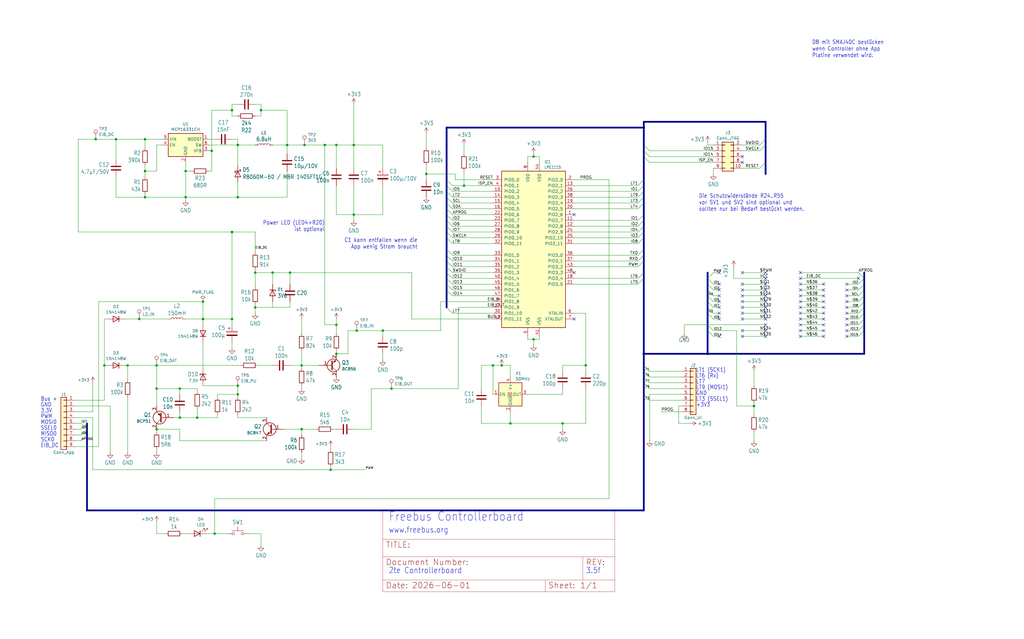
<source format=kicad_sch>
(kicad_sch (version 20231120) (generator "eeschema") (generator_version "8.0")
  (paper "User" 448.437 279.908)
  (junction (at 68.58 170.18))
  (junction (at 186.69 76.2))
  (junction (at 101.6 101.6))
  (junction (at 88.9 132.08))
  (junction (at 133.35 63.5))
  (junction (at 233.68 68.58))
  (junction (at 127 119.38))
  (junction (at 78.74 182.88))
  (junction (at 104.14 86.36))
  (junction (at 219.71 160.02))
  (junction (at 63.5 60.96))
  (junction (at 144.78 205.74))
  (junction (at 132.08 160.02))
  (junction (at 246.38 185.42))
  (junction (at 81.28 74.93))
  (junction (at 101.6 48.26))
  (junction (at 171.45 170.18))
  (junction (at 125.73 63.5))
  (junction (at 50.8 60.96))
  (junction (at 104.14 63.5))
  (junction (at 68.58 187.96))
  (junction (at 88.9 139.7))
  (junction (at 78.74 170.18))
  (junction (at 55.88 160.02))
  (junction (at 104.14 172.72))
  (junction (at 256.54 160.02))
  (junction (at 223.52 185.42))
  (junction (at 86.36 182.88))
  (junction (at 154.94 63.5))
  (junction (at 63.5 74.93))
  (junction (at 119.38 119.38))
  (junction (at 101.6 139.7))
  (junction (at 114.3 48.26))
  (junction (at 60.96 139.7))
  (junction (at 92.71 66.04))
  (junction (at 309.88 154.94))
  (junction (at 147.32 154.94))
  (junction (at 154.94 93.98))
  (junction (at 233.68 148.59))
  (junction (at 132.08 187.96))
  (junction (at 215.9 160.02))
  (junction (at 330.2 177.8))
  (junction (at 63.5 86.36))
  (junction (at 167.64 144.78))
  (junction (at 104.14 168.91))
  (junction (at 81.28 86.36))
  (junction (at 147.32 63.5))
  (junction (at 111.76 119.38))
  (junction (at 68.58 160.02))
  (junction (at 41.91 60.96))
  (junction (at 156.21 144.78))
  (junction (at 93.98 233.68))
  (junction (at 111.76 134.62))
  (junction (at 142.24 63.5))
  (junction (at 45.72 160.02))
  (junction (at 281.94 154.94))
  (junction (at 147.32 142.24))
  (junction (at 203.2 81.28))
  (junction (at 281.94 55.88))
  (no_connect (at 370.84 124.46))
  (no_connect (at 314.96 134.62))
  (no_connect (at 350.52 144.78))
  (no_connect (at 370.84 139.7))
  (no_connect (at 335.28 129.54))
  (no_connect (at 335.28 132.08))
  (no_connect (at 335.28 142.24))
  (no_connect (at 350.52 137.16))
  (no_connect (at 335.28 137.16))
  (no_connect (at 370.84 144.78))
  (no_connect (at 325.12 132.08))
  (no_connect (at 350.52 121.92))
  (no_connect (at 251.46 139.7))
  (no_connect (at 360.68 137.16))
  (no_connect (at 350.52 147.32))
  (no_connect (at 325.12 147.32))
  (no_connect (at 370.84 127))
  (no_connect (at 314.96 139.7))
  (no_connect (at 325.12 124.46))
  (no_connect (at 314.96 129.54))
  (no_connect (at 325.12 119.38))
  (no_connect (at 325.12 134.62))
  (no_connect (at 370.84 132.08))
  (no_connect (at 325.12 68.58))
  (no_connect (at 335.28 147.32))
  (no_connect (at 335.28 119.38))
  (no_connect (at 350.52 119.38))
  (no_connect (at 370.84 134.62))
  (no_connect (at 335.28 124.46))
  (no_connect (at 360.68 139.7))
  (no_connect (at 370.84 142.24))
  (no_connect (at 251.46 93.98))
  (no_connect (at 335.28 144.78))
  (no_connect (at 350.52 127))
  (no_connect (at 335.28 127))
  (no_connect (at 314.96 137.16))
  (no_connect (at 370.84 147.32))
  (no_connect (at 360.68 127))
  (no_connect (at 314.96 147.32))
  (no_connect (at 325.12 144.78))
  (no_connect (at 325.12 71.12))
  (no_connect (at 370.84 137.16))
  (no_connect (at 350.52 129.54))
  (no_connect (at 360.68 134.62))
  (no_connect (at 325.12 127))
  (no_connect (at 360.68 144.78))
  (no_connect (at 360.68 124.46))
  (no_connect (at 335.28 134.62))
  (no_connect (at 335.28 121.92))
  (no_connect (at 370.84 129.54))
  (no_connect (at 360.68 142.24))
  (no_connect (at 251.46 119.38))
  (no_connect (at 314.96 124.46))
  (no_connect (at 325.12 129.54))
  (no_connect (at 360.68 129.54))
  (no_connect (at 350.52 142.24))
  (no_connect (at 350.52 124.46))
  (no_connect (at 360.68 132.08))
  (no_connect (at 314.96 127))
  (no_connect (at 360.68 147.32))
  (no_connect (at 350.52 132.08))
  (no_connect (at 314.96 119.38))
  (no_connect (at 375.92 121.92))
  (no_connect (at 314.96 132.08))
  (no_connect (at 350.52 134.62))
  (no_connect (at 325.12 139.7))
  (no_connect (at 350.52 139.7))
  (no_connect (at 335.28 139.7))
  (no_connect (at 325.12 137.16))
  (bus_entry (at 279.4 106.68) (size 2.54 -2.54))
  (bus_entry (at 332.74 66.04) (size 2.54 -2.54))
  (bus_entry (at 35.56 190.5) (size 2.54 -2.54))
  (bus_entry (at 198.12 83.82) (size -2.54 -2.54))
  (bus_entry (at 279.4 111.76) (size 2.54 -2.54))
  (bus_entry (at 375.92 124.46) (size 2.54 -2.54))
  (bus_entry (at 375.92 147.32) (size 2.54 -2.54))
  (bus_entry (at 375.92 119.38) (size 2.54 2.54))
  (bus_entry (at 198.12 106.68) (size -2.54 -2.54))
  (bus_entry (at 284.48 165.1) (size -2.54 -2.54))
  (bus_entry (at 279.4 96.52) (size 2.54 -2.54))
  (bus_entry (at 198.12 99.06) (size -2.54 -2.54))
  (bus_entry (at 198.12 127) (size -2.54 -2.54))
  (bus_entry (at 332.74 63.5) (size 2.54 -2.54))
  (bus_entry (at 279.4 81.28) (size 2.54 -2.54))
  (bus_entry (at 312.42 134.62) (size -2.54 -2.54))
  (bus_entry (at 35.56 185.42) (size 2.54 2.54))
  (bus_entry (at 198.12 86.36) (size -2.54 -2.54))
  (bus_entry (at 279.4 116.84) (size 2.54 -2.54))
  (bus_entry (at 279.4 83.82) (size 2.54 -2.54))
  (bus_entry (at 279.4 124.46) (size 2.54 -2.54))
  (bus_entry (at 198.12 137.16) (size -2.54 -2.54))
  (bus_entry (at 375.92 134.62) (size 2.54 -2.54))
  (bus_entry (at 279.4 121.92) (size 2.54 -2.54))
  (bus_entry (at 312.42 127) (size -2.54 -2.54))
  (bus_entry (at 312.42 132.08) (size -2.54 -2.54))
  (bus_entry (at 332.74 73.66) (size 2.54 -2.54))
  (bus_entry (at 284.48 71.12) (size -2.54 -2.54))
  (bus_entry (at 198.12 114.3) (size -2.54 -2.54))
  (bus_entry (at 375.92 132.08) (size 2.54 -2.54))
  (bus_entry (at 198.12 104.14) (size -2.54 -2.54))
  (bus_entry (at 279.4 104.14) (size 2.54 -2.54))
  (bus_entry (at 284.48 170.18) (size -2.54 -2.54))
  (bus_entry (at 284.48 175.26) (size -2.54 -2.54))
  (bus_entry (at 198.12 116.84) (size -2.54 -2.54))
  (bus_entry (at 198.12 119.38) (size -2.54 -2.54))
  (bus_entry (at 375.92 142.24) (size 2.54 -2.54))
  (bus_entry (at 312.42 147.32) (size -2.54 -2.54))
  (bus_entry (at 279.4 101.6) (size 2.54 -2.54))
  (bus_entry (at 375.92 129.54) (size 2.54 -2.54))
  (bus_entry (at 198.12 111.76) (size -2.54 -2.54))
  (bus_entry (at 279.4 99.06) (size 2.54 -2.54))
  (bus_entry (at 375.92 127) (size 2.54 -2.54))
  (bus_entry (at 198.12 121.92) (size -2.54 -2.54))
  (bus_entry (at 198.12 91.44) (size -2.54 -2.54))
  (bus_entry (at 198.12 101.6) (size -2.54 -2.54))
  (bus_entry (at 312.42 124.46) (size -2.54 -2.54))
  (bus_entry (at 284.48 68.58) (size -2.54 -2.54))
  (bus_entry (at 198.12 129.54) (size -2.54 -2.54))
  (bus_entry (at 284.48 167.64) (size -2.54 -2.54))
  (bus_entry (at 312.42 144.78) (size -2.54 -2.54))
  (bus_entry (at 284.48 66.04) (size -2.54 -2.54))
  (bus_entry (at 198.12 88.9) (size -2.54 -2.54))
  (bus_entry (at 35.56 193.04) (size 2.54 -2.54))
  (bus_entry (at 279.4 91.44) (size 2.54 -2.54))
  (bus_entry (at 312.42 129.54) (size -2.54 -2.54))
  (bus_entry (at 312.42 137.16) (size -2.54 -2.54))
  (bus_entry (at 312.42 119.38) (size -2.54 2.54))
  (bus_entry (at 375.92 137.16) (size 2.54 -2.54))
  (bus_entry (at 35.56 187.96) (size 2.54 -2.54))
  (bus_entry (at 198.12 93.98) (size -2.54 -2.54))
  (bus_entry (at 279.4 86.36) (size 2.54 -2.54))
  (bus_entry (at 279.4 88.9) (size 2.54 -2.54))
  (bus_entry (at 375.92 144.78) (size 2.54 -2.54))
  (bus_entry (at 198.12 96.52) (size -2.54 -2.54))
  (bus_entry (at 279.4 114.3) (size 2.54 -2.54))
  (bus_entry (at 312.42 139.7) (size -2.54 -2.54))
  (bus_entry (at 198.12 124.46) (size -2.54 -2.54))
  (bus_entry (at 284.48 162.56) (size -2.54 -2.54))
  (bus_entry (at 198.12 81.28) (size -2.54 -2.54))
  (bus_entry (at 375.92 139.7) (size 2.54 -2.54))
  (wire (pts (xy 95.25 172.72) (xy 104.14 172.72)) (stroke (width 0.1524)))
  (wire (pts (xy 332.74 66.04) (xy 325.12 66.04)) (stroke (width 0.1524)))
  (wire (pts (xy 171.45 170.18) (xy 162.56 170.18)) (stroke (width 0.1524)))
  (wire (pts (xy 266.7 78.74) (xy 266.7 218.44)) (stroke (width 0.1524)))
  (wire (pts (xy 330.2 162.56) (xy 330.2 168.91)) (stroke (width 0.1524)))
  (bus (pts (xy 281.94 101.6) (xy 281.94 99.06)) (stroke (width 0.762)))
  (wire (pts (xy 335.28 134.62) (xy 325.12 134.62)) (stroke (width 0.1524)))
  (bus (pts (xy 195.58 78.74) (xy 195.58 81.28)) (stroke (width 0.762)))
  (bus (pts (xy 378.46 144.78) (xy 378.46 142.24)) (stroke (width 0.762)))
  (wire (pts (xy 314.96 134.62) (xy 312.42 134.62)) (stroke (width 0.1524)))
  (wire (pts (xy 309.88 142.24) (xy 299.72 142.24)) (stroke (width 0.1524)))
  (wire (pts (xy 198.12 116.84) (xy 215.9 116.84)) (stroke (width 0.1524)))
  (wire (pts (xy 125.73 63.5) (xy 133.35 63.5)) (stroke (width 0.1524)))
  (wire (pts (xy 101.6 45.72) (xy 101.6 48.26)) (stroke (width 0.1524)))
  (wire (pts (xy 284.48 172.72) (xy 298.45 172.72)) (stroke (width 0.1524)))
  (bus (pts (xy 378.46 132.08) (xy 378.46 129.54)) (stroke (width 0.762)))
  (wire (pts (xy 35.56 190.5) (xy 33.02 190.5)) (stroke (width 0.1524)))
  (bus (pts (xy 281.94 114.3) (xy 281.94 111.76)) (stroke (width 0.762)))
  (wire (pts (xy 88.9 132.08) (xy 43.18 132.08)) (stroke (width 0.1524)))
  (bus (pts (xy 281.94 119.38) (xy 281.94 114.3)) (stroke (width 0.762)))
  (wire (pts (xy 113.03 160.02) (xy 119.38 160.02)) (stroke (width 0.1524)))
  (wire (pts (xy 111.76 118.11) (xy 111.76 119.38)))
  (wire (pts (xy 45.72 139.7) (xy 45.72 160.02)) (stroke (width 0.1524)))
  (wire (pts (xy 256.54 137.16) (xy 256.54 160.02)))
  (wire (pts (xy 314.96 127) (xy 312.42 127)) (stroke (width 0.1524)))
  (bus (pts (xy 281.94 111.76) (xy 281.94 109.22)) (stroke (width 0.762)))
  (wire (pts (xy 167.64 147.32) (xy 167.64 144.78)) (stroke (width 0.1524)))
  (wire (pts (xy 193.04 132.08) (xy 193.04 144.78)) (stroke (width 0.1524)))
  (wire (pts (xy 279.4 106.68) (xy 251.46 106.68)) (stroke (width 0.1524)))
  (wire (pts (xy 330.2 189.23) (xy 330.2 193.04)) (stroke (width 0.1524)))
  (wire (pts (xy 104.14 168.91) (xy 104.14 172.72)) (stroke (width 0.1524)))
  (wire (pts (xy 147.32 93.98) (xy 154.94 93.98)) (stroke (width 0.1524)))
  (wire (pts (xy 144.78 195.58) (xy 144.78 196.85)))
  (wire (pts (xy 198.12 137.16) (xy 215.9 137.16)) (stroke (width 0.1524)))
  (bus (pts (xy 195.58 101.6) (xy 195.58 104.14)) (stroke (width 0.762)))
  (wire (pts (xy 223.52 185.42) (xy 246.38 185.42)) (stroke (width 0.1524)))
  (wire (pts (xy 78.74 172.72) (xy 78.74 170.18)) (stroke (width 0.1524)))
  (wire (pts (xy 210.82 160.02) (xy 215.9 160.02)) (stroke (width 0.1524)))
  (wire (pts (xy 200.66 170.18) (xy 171.45 170.18)) (stroke (width 0.1524)))
  (wire (pts (xy 127 124.46) (xy 127 119.38)) (stroke (width 0.1524)))
  (bus (pts (xy 281.94 154.94) (xy 281.94 121.92)) (stroke (width 0.762)))
  (wire (pts (xy 198.12 127) (xy 215.9 127)) (stroke (width 0.1524)))
  (wire (pts (xy 279.4 114.3) (xy 251.46 114.3)) (stroke (width 0.1524)))
  (wire (pts (xy 233.68 68.58) (xy 236.22 68.58)))
  (wire (pts (xy 335.28 127) (xy 325.12 127)) (stroke (width 0.1524)))
  (wire (pts (xy 114.3 48.26) (xy 114.3 50.8)) (stroke (width 0.1524)))
  (wire (pts (xy 298.45 177.8) (xy 297.18 177.8)) (stroke (width 0.1524)))
  (wire (pts (xy 92.71 74.93) (xy 91.44 74.93)) (stroke (width 0.1524)))
  (wire (pts (xy 78.74 182.88) (xy 86.36 182.88)) (stroke (width 0.1524)))
  (wire (pts (xy 256.54 185.42) (xy 256.54 170.18)) (stroke (width 0.1524)))
  (wire (pts (xy 198.12 99.06) (xy 215.9 99.06)) (stroke (width 0.1524)))
  (wire (pts (xy 81.28 71.12) (xy 81.28 74.93)) (stroke (width 0.1524)))
  (wire (pts (xy 198.12 124.46) (xy 215.9 124.46)) (stroke (width 0.1524)))
  (wire (pts (xy 63.5 60.96) (xy 71.12 60.96)) (stroke (width 0.1524)))
  (wire (pts (xy 88.9 139.7) (xy 88.9 132.08)) (stroke (width 0.1524)))
  (wire (pts (xy 330.2 176.53) (xy 330.2 177.8)))
  (wire (pts (xy 370.84 144.78) (xy 375.92 144.78)) (stroke (width 0.1524)))
  (wire (pts (xy 198.12 121.92) (xy 215.9 121.92)) (stroke (width 0.1524)))
  (wire (pts (xy 199.39 78.74) (xy 215.9 78.74)) (stroke (width 0.1524)))
  (wire (pts (xy 119.38 63.5) (xy 124.46 63.5)))
  (bus (pts (xy 309.88 137.16) (xy 309.88 134.62)) (stroke (width 0.762)))
  (wire (pts (xy 350.52 121.92) (xy 375.92 121.92)) (stroke (width 0.1524)))
  (wire (pts (xy 132.08 160.02) (xy 132.08 161.29)) (stroke (width 0.1524)))
  (wire (pts (xy 35.56 185.42) (xy 33.02 185.42)) (stroke (width 0.1524)))
  (bus (pts (xy 195.58 86.36) (xy 195.58 88.9)) (stroke (width 0.762)))
  (wire (pts (xy 335.28 139.7) (xy 325.12 139.7)) (stroke (width 0.1524)))
  (wire (pts (xy 55.88 160.02) (xy 55.88 166.37)) (stroke (width 0.1524)))
  (bus (pts (xy 309.88 134.62) (xy 309.88 132.08)) (stroke (width 0.762)))
  (wire (pts (xy 86.36 180.34) (xy 86.36 182.88)) (stroke (width 0.1524)))
  (bus (pts (xy 281.94 104.14) (xy 281.94 101.6)) (stroke (width 0.762)))
  (wire (pts (xy 284.48 165.1) (xy 298.45 165.1)) (stroke (width 0.1524)))
  (bus (pts (xy 281.94 81.28) (xy 281.94 78.74)) (stroke (width 0.762)))
  (wire (pts (xy 144.78 205.74) (xy 160.02 205.74)) (stroke (width 0.1524)))
  (wire (pts (xy 231.14 71.12) (xy 231.14 68.58)))
  (bus (pts (xy 378.46 129.54) (xy 378.46 127)) (stroke (width 0.762)))
  (wire (pts (xy 154.94 93.98) (xy 154.94 96.52)))
  (wire (pts (xy 68.58 170.18) (xy 68.58 177.8)) (stroke (width 0.1524)))
  (bus (pts (xy 309.88 154.94) (xy 309.88 144.78)) (stroke (width 0.762)))
  (wire (pts (xy 198.12 88.9) (xy 215.9 88.9)) (stroke (width 0.1524)))
  (wire (pts (xy 284.48 162.56) (xy 298.45 162.56)) (stroke (width 0.1524)))
  (wire (pts (xy 104.14 45.72) (xy 101.6 45.72)) (stroke (width 0.1524)))
  (wire (pts (xy 111.76 134.62) (xy 119.38 134.62)) (stroke (width 0.1524)))
  (wire (pts (xy 335.28 144.78) (xy 325.12 144.78)) (stroke (width 0.1524)))
  (wire (pts (xy 299.72 142.24) (xy 299.72 144.78)) (stroke (width 0.1524)))
  (wire (pts (xy 370.84 147.32) (xy 375.92 147.32)) (stroke (width 0.1524)))
  (wire (pts (xy 251.46 137.16) (xy 256.54 137.16)))
  (wire (pts (xy 156.21 144.78) (xy 152.4 144.78)) (stroke (width 0.1524)))
  (wire (pts (xy 88.9 139.7) (xy 101.6 139.7)) (stroke (width 0.1524)))
  (wire (pts (xy 198.12 93.98) (xy 215.9 93.98)) (stroke (width 0.1524)))
  (wire (pts (xy 34.29 101.6) (xy 34.29 60.96)) (stroke (width 0.1524)))
  (wire (pts (xy 231.14 172.72) (xy 236.22 172.72)))
  (wire (pts (xy 314.96 124.46) (xy 312.42 124.46)) (stroke (width 0.1524)))
  (wire (pts (xy 335.28 142.24) (xy 309.88 142.24)) (stroke (width 0.1524)))
  (wire (pts (xy 50.8 77.47) (xy 50.8 86.36)) (stroke (width 0.1524)))
  (wire (pts (xy 125.73 63.5) (xy 124.46 63.5)) (stroke (width 0.1524)))
  (wire (pts (xy 132.08 153.67) (xy 132.08 154.94)))
  (wire (pts (xy 186.69 76.2) (xy 199.39 76.2)) (stroke (width 0.1524)))
  (wire (pts (xy 350.52 134.62) (xy 360.68 134.62)) (stroke (width 0.1524)))
  (wire (pts (xy 335.28 132.08) (xy 325.12 132.08)) (stroke (width 0.1524)))
  (wire (pts (xy 289.56 180.34) (xy 298.45 180.34)))
  (bus (pts (xy 195.58 119.38) (xy 195.58 121.92)) (stroke (width 0.762)))
  (bus (pts (xy 281.94 93.98) (xy 281.94 88.9)) (stroke (width 0.762)))
  (wire (pts (xy 133.35 63.5) (xy 142.24 63.5)) (stroke (width 0.1524)))
  (bus (pts (xy 281.94 55.88) (xy 195.58 55.88)) (stroke (width 0.762)))
  (wire (pts (xy 375.92 119.38) (xy 350.52 119.38)) (stroke (width 0.1524)))
  (bus (pts (xy 281.94 154.94) (xy 281.94 160.02)) (stroke (width 0.762)))
  (wire (pts (xy 68.58 196.85) (xy 68.58 198.12)))
  (wire (pts (xy 198.12 129.54) (xy 215.9 129.54)) (stroke (width 0.1524)))
  (wire (pts (xy 88.9 139.7) (xy 88.9 142.24)) (stroke (width 0.1524)))
  (bus (pts (xy 195.58 124.46) (xy 195.58 127)) (stroke (width 0.762)))
  (bus (pts (xy 195.58 111.76) (xy 195.58 114.3)) (stroke (width 0.762)))
  (bus (pts (xy 195.58 81.28) (xy 195.58 83.82)) (stroke (width 0.762)))
  (wire (pts (xy 325.12 129.54) (xy 335.28 129.54)) (stroke (width 0.1524)))
  (wire (pts (xy 60.96 139.7) (xy 73.66 139.7)) (stroke (width 0.1524)))
  (wire (pts (xy 236.22 68.58) (xy 236.22 71.12)))
  (wire (pts (xy 198.12 81.28) (xy 203.2 81.28)) (stroke (width 0.1524)))
  (wire (pts (xy 322.58 144.78) (xy 312.42 144.78)) (stroke (width 0.1524)))
  (wire (pts (xy 360.68 137.16) (xy 350.52 137.16)) (stroke (width 0.1524)))
  (wire (pts (xy 279.4 111.76) (xy 251.46 111.76)) (stroke (width 0.1524)))
  (wire (pts (xy 370.84 132.08) (xy 375.92 132.08)) (stroke (width 0.1524)))
  (wire (pts (xy 132.08 168.91) (xy 132.08 170.18)))
  (wire (pts (xy 223.52 160.02) (xy 223.52 165.1)))
  (wire (pts (xy 144.78 204.47) (xy 144.78 205.74)))
  (wire (pts (xy 114.3 238.76) (xy 114.3 233.68)) (stroke (width 0.1524)))
  (wire (pts (xy 312.42 63.5) (xy 311.15 63.5)) (stroke (width 0.1524)))
  (bus (pts (xy 281.94 162.56) (xy 281.94 165.1)) (stroke (width 0.762)))
  (wire (pts (xy 114.3 45.72) (xy 114.3 48.26)) (stroke (width 0.1524)))
  (wire (pts (xy 180.34 119.38) (xy 180.34 139.7)) (stroke (width 0.1524)))
  (wire (pts (xy 127 134.62) (xy 127 132.08)) (stroke (width 0.1524)))
  (wire (pts (xy 370.84 127) (xy 375.92 127)) (stroke (width 0.1524)))
  (wire (pts (xy 279.4 96.52) (xy 251.46 96.52)) (stroke (width 0.1524)))
  (wire (pts (xy 325.12 137.16) (xy 335.28 137.16)) (stroke (width 0.1524)))
  (wire (pts (xy 50.8 60.96) (xy 63.5 60.96)) (stroke (width 0.1524)))
  (wire (pts (xy 186.69 58.42) (xy 186.69 64.77)) (stroke (width 0.1524)))
  (wire (pts (xy 360.68 129.54) (xy 350.52 129.54)) (stroke (width 0.1524)))
  (bus (pts (xy 335.28 71.12) (xy 335.28 76.2)) (stroke (width 0.762)))
  (wire (pts (xy 297.18 185.42) (xy 302.26 185.42)) (stroke (width 0.1524)))
  (wire (pts (xy 68.58 228.6) (xy 68.58 233.68)) (stroke (width 0.1524)))
  (wire (pts (xy 95.25 181.61) (xy 95.25 182.88)) (stroke (width 0.1524)))
  (wire (pts (xy 81.28 74.93) (xy 81.28 86.36)) (stroke (width 0.1524)))
  (bus (pts (xy 335.28 63.5) (xy 335.28 71.12)) (stroke (width 0.762)))
  (wire (pts (xy 68.58 187.96) (xy 68.58 189.23)))
  (bus (pts (xy 281.94 68.58) (xy 281.94 66.04)) (stroke (width 0.762)))
  (bus (pts (xy 378.46 127) (xy 378.46 124.46)) (stroke (width 0.762)))
  (wire (pts (xy 335.28 124.46) (xy 325.12 124.46)) (stroke (width 0.1524)))
  (wire (pts (xy 312.42 71.12) (xy 284.48 71.12)) (stroke (width 0.1524)))
  (bus (pts (xy 195.58 109.22) (xy 195.58 111.76)) (stroke (width 0.762)))
  (wire (pts (xy 215.9 160.02) (xy 215.9 172.72)))
  (bus (pts (xy 195.58 99.06) (xy 195.58 101.6)) (stroke (width 0.762)))
  (wire (pts (xy 104.14 60.96) (xy 104.14 63.5)) (stroke (width 0.1524)))
  (wire (pts (xy 111.76 109.22) (xy 111.76 110.49)))
  (wire (pts (xy 45.72 139.7) (xy 46.99 139.7)) (stroke (width 0.1524)))
  (wire (pts (xy 154.94 93.98) (xy 167.64 93.98)) (stroke (width 0.1524)))
  (bus (pts (xy 378.46 121.92) (xy 378.46 119.38)) (stroke (width 0.762)))
  (wire (pts (xy 93.98 233.68) (xy 93.98 218.44)) (stroke (width 0.1524)))
  (wire (pts (xy 147.32 153.67) (xy 147.32 154.94)))
  (wire (pts (xy 154.94 45.72) (xy 154.94 63.5)) (stroke (width 0.1524)))
  (wire (pts (xy 167.64 63.5) (xy 154.94 63.5)) (stroke (width 0.1524)))
  (bus (pts (xy 195.58 88.9) (xy 195.58 91.44)) (stroke (width 0.762)))
  (wire (pts (xy 104.14 160.02) (xy 105.41 160.02)))
  (bus (pts (xy 281.94 55.88) (xy 281.94 53.34)) (stroke (width 0.762)))
  (bus (pts (xy 38.1 190.5) (xy 38.1 187.96)) (stroke (width 0.762)))
  (wire (pts (xy 162.56 187.96) (xy 154.94 187.96)) (stroke (width 0.1524)))
  (wire (pts (xy 198.12 96.52) (xy 215.9 96.52)) (stroke (width 0.1524)))
  (wire (pts (xy 279.4 83.82) (xy 251.46 83.82)) (stroke (width 0.1524)))
  (wire (pts (xy 251.46 116.84) (xy 279.4 116.84)) (stroke (width 0.1524)))
  (wire (pts (xy 127 119.38) (xy 180.34 119.38)) (stroke (width 0.1524)))
  (wire (pts (xy 314.96 139.7) (xy 312.42 139.7)) (stroke (width 0.1524)))
  (wire (pts (xy 114.3 233.68) (xy 109.22 233.68)) (stroke (width 0.1524)))
  (wire (pts (xy 350.52 127) (xy 360.68 127)) (stroke (width 0.1524)))
  (wire (pts (xy 93.98 233.68) (xy 99.06 233.68)) (stroke (width 0.1524)))
  (wire (pts (xy 54.61 139.7) (xy 60.96 139.7)) (stroke (width 0.1524)))
  (wire (pts (xy 256.54 160.02) (xy 246.38 160.02)) (stroke (width 0.1524)))
  (wire (pts (xy 63.5 72.39) (xy 63.5 74.93)))
  (wire (pts (xy 34.29 101.6) (xy 101.6 101.6)) (stroke (width 0.1524)))
  (wire (pts (xy 167.64 144.78) (xy 156.21 144.78)) (stroke (width 0.1524)))
  (wire (pts (xy 223.52 180.34) (xy 223.52 185.42)))
  (wire (pts (xy 246.38 172.72) (xy 246.38 170.18)) (stroke (width 0.1524)))
  (wire (pts (xy 147.32 81.28) (xy 147.32 93.98)) (stroke (width 0.1524)))
  (wire (pts (xy 111.76 134.62) (xy 111.76 137.16)) (stroke (width 0.1524)))
  (wire (pts (xy 132.08 187.96) (xy 138.43 187.96)) (stroke (width 0.1524)))
  (bus (pts (xy 38.1 187.96) (xy 38.1 185.42)) (stroke (width 0.762)))
  (wire (pts (xy 132.08 187.96) (xy 132.08 190.5)) (stroke (width 0.1524)))
  (bus (pts (xy 281.94 121.92) (xy 281.94 119.38)) (stroke (width 0.762)))
  (wire (pts (xy 231.14 147.32) (xy 231.14 148.59)))
  (wire (pts (xy 210.82 185.42) (xy 210.82 177.8)) (stroke (width 0.1524)))
  (wire (pts (xy 104.14 172.72) (xy 104.14 173.99)) (stroke (width 0.1524)))
  (bus (pts (xy 195.58 83.82) (xy 195.58 86.36)) (stroke (width 0.762)))
  (wire (pts (xy 91.44 60.96) (xy 93.98 60.96)))
  (wire (pts (xy 350.52 144.78) (xy 360.68 144.78)) (stroke (width 0.1524)))
  (wire (pts (xy 279.4 124.46) (xy 251.46 124.46)) (stroke (width 0.1524)))
  (wire (pts (xy 50.8 86.36) (xy 63.5 86.36)) (stroke (width 0.1524)))
  (wire (pts (xy 50.8 60.96) (xy 50.8 69.85)) (stroke (width 0.1524)))
  (wire (pts (xy 55.88 175.26) (xy 55.88 198.12)) (stroke (width 0.1524)))
  (bus (pts (xy 309.88 127) (xy 309.88 124.46)) (stroke (width 0.762)))
  (wire (pts (xy 147.32 63.5) (xy 154.94 63.5)) (stroke (width 0.1524)))
  (wire (pts (xy 335.28 147.32) (xy 325.12 147.32)) (stroke (width 0.1524)))
  (bus (pts (xy 195.58 104.14) (xy 195.58 109.22)) (stroke (width 0.762)))
  (wire (pts (xy 68.58 187.96) (xy 78.74 187.96)) (stroke (width 0.1524)))
  (wire (pts (xy 147.32 139.7) (xy 147.32 142.24)) (stroke (width 0.1524)))
  (bus (pts (xy 281.94 99.06) (xy 281.94 96.52)) (stroke (width 0.762)))
  (wire (pts (xy 186.69 76.2) (xy 186.69 78.74)) (stroke (width 0.1524)))
  (wire (pts (xy 78.74 193.04) (xy 116.84 193.04)) (stroke (width 0.1524)))
  (wire (pts (xy 88.9 168.91) (xy 104.14 168.91)) (stroke (width 0.1524)))
  (wire (pts (xy 80.01 233.68) (xy 81.28 233.68)))
  (wire (pts (xy 233.68 148.59) (xy 233.68 151.13)))
  (wire (pts (xy 350.52 147.32) (xy 360.68 147.32)) (stroke (width 0.1524)))
  (wire (pts (xy 279.4 88.9) (xy 251.46 88.9)) (stroke (width 0.1524)))
  (wire (pts (xy 68.58 233.68) (xy 72.39 233.68)) (stroke (width 0.1524)))
  (wire (pts (xy 132.08 160.02) (xy 127 160.02)) (stroke (width 0.1524)))
  (wire (pts (xy 375.92 137.16) (xy 370.84 137.16)) (stroke (width 0.1524)))
  (wire (pts (xy 246.38 162.56) (xy 246.38 160.02)) (stroke (width 0.1524)))
  (wire (pts (xy 92.71 66.04) (xy 91.44 66.04)) (stroke (width 0.1524)))
  (bus (pts (xy 335.28 53.34) (xy 335.28 60.96)) (stroke (width 0.762)))
  (wire (pts (xy 91.44 63.5) (xy 104.14 63.5)))
  (wire (pts (xy 314.96 132.08) (xy 312.42 132.08)) (stroke (width 0.1524)))
  (wire (pts (xy 284.48 68.58) (xy 312.42 68.58)) (stroke (width 0.1524)))
  (wire (pts (xy 68.58 63.5) (xy 68.58 74.93)))
  (wire (pts (xy 284.48 175.26) (xy 284.48 172.72)) (stroke (width 0.1524)))
  (wire (pts (xy 350.52 142.24) (xy 360.68 142.24)) (stroke (width 0.1524)))
  (wire (pts (xy 48.26 177.8) (xy 33.02 177.8)) (stroke (width 0.1524)))
  (bus (pts (xy 281.94 86.36) (xy 281.94 83.82)) (stroke (width 0.762)))
  (wire (pts (xy 54.61 160.02) (xy 55.88 160.02)) (stroke (width 0.1524)))
  (wire (pts (xy 215.9 86.36) (xy 198.12 86.36)) (stroke (width 0.1524)))
  (wire (pts (xy 81.28 233.68) (xy 82.55 233.68)) (stroke (width 0.1524)))
  (wire (pts (xy 55.88 173.99) (xy 55.88 175.26)))
  (bus (pts (xy 195.58 93.98) (xy 195.58 96.52)) (stroke (width 0.762)))
  (wire (pts (xy 124.46 187.96) (xy 132.08 187.96)))
  (wire (pts (xy 231.14 68.58) (xy 233.68 68.58)))
  (bus (pts (xy 281.94 78.74) (xy 281.94 68.58)) (stroke (width 0.762)))
  (wire (pts (xy 92.71 48.26) (xy 101.6 48.26)) (stroke (width 0.1524)))
  (bus (pts (xy 281.94 165.1) (xy 281.94 167.64)) (stroke (width 0.762)))
  (wire (pts (xy 33.02 180.34) (xy 40.64 180.34)) (stroke (width 0.1524)))
  (bus (pts (xy 378.46 139.7) (xy 378.46 137.16)) (stroke (width 0.762)))
  (wire (pts (xy 86.36 182.88) (xy 95.25 182.88)) (stroke (width 0.1524)))
  (wire (pts (xy 312.42 73.66) (xy 312.42 76.2)) (stroke (width 0.1524)))
  (wire (pts (xy 111.76 133.35) (xy 111.76 134.62)))
  (wire (pts (xy 101.6 139.7) (xy 101.6 101.6)) (stroke (width 0.1524)))
  (bus (pts (xy 309.88 124.46) (xy 309.88 121.92)) (stroke (width 0.762)))
  (bus (pts (xy 38.1 223.52) (xy 38.1 190.5)) (stroke (width 0.762)))
  (wire (pts (xy 71.12 63.5) (xy 68.58 63.5)))
  (wire (pts (xy 203.2 63.5) (xy 203.2 67.31)) (stroke (width 0.1524)))
  (bus (pts (xy 195.58 114.3) (xy 195.58 116.84)) (stroke (width 0.762)))
  (wire (pts (xy 33.02 175.26) (xy 45.72 175.26)) (stroke (width 0.1524)))
  (wire (pts (xy 312.42 137.16) (xy 314.96 137.16)) (stroke (width 0.1524)))
  (wire (pts (xy 41.91 60.96) (xy 50.8 60.96)) (stroke (width 0.1524)))
  (wire (pts (xy 142.24 142.24) (xy 142.24 63.5)) (stroke (width 0.1524)))
  (wire (pts (xy 132.08 139.7) (xy 132.08 146.05)) (stroke (width 0.1524)))
  (wire (pts (xy 101.6 60.96) (xy 104.14 60.96)) (stroke (width 0.1524)))
  (wire (pts (xy 198.12 91.44) (xy 215.9 91.44)) (stroke (width 0.1524)))
  (bus (pts (xy 281.94 83.82) (xy 281.94 81.28)) (stroke (width 0.762)))
  (wire (pts (xy 125.73 48.26) (xy 125.73 63.5)) (stroke (width 0.1524)))
  (wire (pts (xy 350.52 132.08) (xy 360.68 132.08)) (stroke (width 0.1524)))
  (wire (pts (xy 35.56 187.96) (xy 33.02 187.96)) (stroke (width 0.1524)))
  (bus (pts (xy 309.88 132.08) (xy 309.88 129.54)) (stroke (width 0.762)))
  (wire (pts (xy 86.36 170.18) (xy 86.36 171.45)) (stroke (width 0.1524)))
  (wire (pts (xy 279.4 101.6) (xy 251.46 101.6)) (stroke (width 0.1524)))
  (wire (pts (xy 321.31 116.84) (xy 321.31 121.92)) (stroke (width 0.1524)))
  (wire (pts (xy 48.26 177.8) (xy 48.26 198.12)) (stroke (width 0.1524)))
  (wire (pts (xy 109.22 63.5) (xy 111.76 63.5)))
  (wire (pts (xy 119.38 124.46) (xy 119.38 119.38)) (stroke (width 0.1524)))
  (wire (pts (xy 40.64 182.88) (xy 33.02 182.88)) (stroke (width 0.1524)))
  (wire (pts (xy 104.14 181.61) (xy 104.14 182.88)))
  (wire (pts (xy 101.6 149.86) (xy 101.6 152.4)) (stroke (width 0.1524)))
  (wire (pts (xy 180.34 139.7) (xy 215.9 139.7)) (stroke (width 0.1524)))
  (bus (pts (xy 195.58 116.84) (xy 195.58 119.38)) (stroke (width 0.762)))
  (wire (pts (xy 309.88 63.5) (xy 311.15 63.5)))
  (wire (pts (xy 111.76 119.38) (xy 111.76 125.73)) (stroke (width 0.1524)))
  (wire (pts (xy 125.73 74.93) (xy 125.73 86.36)) (stroke (width 0.1524)))
  (wire (pts (xy 76.2 182.88) (xy 78.74 182.88)) (stroke (width 0.1524)))
  (wire (pts (xy 81.28 86.36) (xy 81.28 87.63)) (stroke (width 0.1524)))
  (wire (pts (xy 203.2 81.28) (xy 215.9 81.28)) (stroke (width 0.1524)))
  (wire (pts (xy 63.5 74.93) (xy 68.58 74.93)) (stroke (width 0.1524)))
  (wire (pts (xy 78.74 170.18) (xy 86.36 170.18)) (stroke (width 0.1524)))
  (bus (pts (xy 38.1 223.52) (xy 281.94 223.52)) (stroke (width 0.762)))
  (wire (pts (xy 236.22 147.32) (xy 236.22 148.59)))
  (wire (pts (xy 299.72 144.78) (xy 299.72 146.05)))
  (wire (pts (xy 309.88 62.23) (xy 309.88 63.5)))
  (wire (pts (xy 198.12 83.82) (xy 215.9 83.82)) (stroke (width 0.1524)))
  (wire (pts (xy 335.28 119.38) (xy 325.12 119.38)) (stroke (width 0.1524)))
  (wire (pts (xy 215.9 160.02) (xy 219.71 160.02)) (stroke (width 0.1524)))
  (bus (pts (xy 281.94 53.34) (xy 335.28 53.34)) (stroke (width 0.762)))
  (wire (pts (xy 186.69 72.39) (xy 186.69 73.66)))
  (wire (pts (xy 63.5 60.96) (xy 63.5 64.77)) (stroke (width 0.1524)))
  (wire (pts (xy 104.14 182.88) (xy 116.84 182.88)) (stroke (width 0.1524)))
  (wire (pts (xy 93.98 233.68) (xy 90.17 233.68)) (stroke (width 0.1524)))
  (wire (pts (xy 375.92 124.46) (xy 370.84 124.46)) (stroke (width 0.1524)))
  (wire (pts (xy 40.64 205.74) (xy 40.64 182.88)) (stroke (width 0.1524)))
  (wire (pts (xy 279.4 121.92) (xy 251.46 121.92)) (stroke (width 0.1524)))
  (wire (pts (xy 119.38 119.38) (xy 127 119.38)) (stroke (width 0.1524)))
  (wire (pts (xy 279.4 99.06) (xy 251.46 99.06)) (stroke (width 0.1524)))
  (wire (pts (xy 81.28 86.36) (xy 104.14 86.36)) (stroke (width 0.1524)))
  (wire (pts (xy 68.58 170.18) (xy 78.74 170.18)) (stroke (width 0.1524)))
  (wire (pts (xy 370.84 134.62) (xy 375.92 134.62)) (stroke (width 0.1524)))
  (wire (pts (xy 104.14 86.36) (xy 125.73 86.36)) (stroke (width 0.1524)))
  (wire (pts (xy 40.64 180.34) (xy 40.64 167.64)) (stroke (width 0.1524)))
  (wire (pts (xy 104.14 63.5) (xy 109.22 63.5)) (stroke (width 0.1524)))
  (wire (pts (xy 68.58 170.18) (xy 68.58 160.02)) (stroke (width 0.1524)))
  (wire (pts (xy 251.46 81.28) (xy 279.4 81.28)) (stroke (width 0.1524)))
  (wire (pts (xy 330.2 180.34) (xy 330.2 181.61)))
  (wire (pts (xy 279.4 91.44) (xy 251.46 91.44)) (stroke (width 0.1524)))
  (bus (pts (xy 378.46 142.24) (xy 378.46 139.7)) (stroke (width 0.762)))
  (bus (pts (xy 309.88 121.92) (xy 309.88 119.38)) (stroke (width 0.762)))
  (wire (pts (xy 45.72 160.02) (xy 46.99 160.02)))
  (wire (pts (xy 45.72 160.02) (xy 45.72 175.26)) (stroke (width 0.1524)))
  (wire (pts (xy 198.12 111.76) (xy 215.9 111.76)) (stroke (width 0.1524)))
  (wire (pts (xy 34.29 60.96) (xy 41.91 60.96)) (stroke (width 0.1524)))
  (wire (pts (xy 330.2 180.34) (xy 330.2 177.8)) (stroke (width 0.1524)))
  (wire (pts (xy 233.68 148.59) (xy 236.22 148.59)))
  (wire (pts (xy 111.76 119.38) (xy 119.38 119.38)) (stroke (width 0.1524)))
  (wire (pts (xy 162.56 170.18) (xy 162.56 187.96)) (stroke (width 0.1524)))
  (wire (pts (xy 92.71 66.04) (xy 92.71 48.26)) (stroke (width 0.1524)))
  (bus (pts (xy 309.88 129.54) (xy 309.88 127)) (stroke (width 0.762)))
  (wire (pts (xy 360.68 124.46) (xy 350.52 124.46)) (stroke (width 0.1524)))
  (wire (pts (xy 279.4 104.14) (xy 251.46 104.14)) (stroke (width 0.1524)))
  (bus (pts (xy 281.94 109.22) (xy 281.94 104.14)) (stroke (width 0.762)))
  (wire (pts (xy 279.4 86.36) (xy 251.46 86.36)) (stroke (width 0.1524)))
  (wire (pts (xy 132.08 154.94) (xy 132.08 160.02)) (stroke (width 0.1524)))
  (wire (pts (xy 186.69 73.66) (xy 186.69 76.2)) (stroke (width 0.1524)))
  (bus (pts (xy 281.94 66.04) (xy 281.94 63.5)) (stroke (width 0.762)))
  (wire (pts (xy 104.14 50.8) (xy 101.6 50.8)) (stroke (width 0.1524)))
  (wire (pts (xy 322.58 144.78) (xy 322.58 177.8)) (stroke (width 0.1524)))
  (bus (pts (xy 281.94 160.02) (xy 281.94 162.56)) (stroke (width 0.762)))
  (wire (pts (xy 167.64 73.66) (xy 167.64 63.5)) (stroke (width 0.1524)))
  (wire (pts (xy 104.14 80.01) (xy 104.14 86.36)) (stroke (width 0.1524)))
  (wire (pts (xy 154.94 81.28) (xy 154.94 93.98)) (stroke (width 0.1524)))
  (wire (pts (xy 314.96 147.32) (xy 312.42 147.32)) (stroke (width 0.1524)))
  (wire (pts (xy 132.08 200.66) (xy 132.08 198.12)) (stroke (width 0.1524)))
  (wire (pts (xy 63.5 85.09) (xy 63.5 86.36)) (stroke (width 0.1524)))
  (wire (pts (xy 147.32 73.66) (xy 147.32 63.5)) (stroke (width 0.1524)))
  (wire (pts (xy 200.66 170.18) (xy 200.66 134.62)) (stroke (width 0.1524)))
  (wire (pts (xy 210.82 185.42) (xy 223.52 185.42)) (stroke (width 0.1524)))
  (wire (pts (xy 266.7 218.44) (xy 93.98 218.44)) (stroke (width 0.1524)))
  (wire (pts (xy 297.18 177.8) (xy 297.18 185.42)) (stroke (width 0.1524)))
  (wire (pts (xy 236.22 172.72) (xy 246.38 172.72)) (stroke (width 0.1524)))
  (wire (pts (xy 101.6 142.24) (xy 101.6 139.7)) (stroke (width 0.1524)))
  (wire (pts (xy 78.74 180.34) (xy 78.74 182.88)) (stroke (width 0.1524)))
  (wire (pts (xy 86.36 179.07) (xy 86.36 180.34)))
  (wire (pts (xy 321.31 121.92) (xy 335.28 121.92)) (stroke (width 0.1524)))
  (wire (pts (xy 92.71 66.04) (xy 92.71 74.93)) (stroke (width 0.1524)))
  (bus (pts (xy 281.94 63.5) (xy 281.94 55.88)) (stroke (width 0.762)))
  (wire (pts (xy 284.48 170.18) (xy 298.45 170.18)) (stroke (width 0.1524)))
  (bus (pts (xy 281.94 88.9) (xy 281.94 86.36)) (stroke (width 0.762)))
  (wire (pts (xy 114.3 50.8) (xy 111.76 50.8)) (stroke (width 0.1524)))
  (bus (pts (xy 378.46 124.46) (xy 378.46 121.92)) (stroke (width 0.762)))
  (wire (pts (xy 284.48 175.26) (xy 298.45 175.26)) (stroke (width 0.1524)))
  (wire (pts (xy 63.5 77.47) (xy 63.5 74.93)) (stroke (width 0.1524)))
  (bus (pts (xy 281.94 154.94) (xy 309.88 154.94)) (stroke (width 0.762)))
  (wire (pts (xy 332.74 73.66) (xy 325.12 73.66)) (stroke (width 0.1524)))
  (bus (pts (xy 195.58 96.52) (xy 195.58 99.06)) (stroke (width 0.762)))
  (wire (pts (xy 40.64 205.74) (xy 144.78 205.74)) (stroke (width 0.1524)))
  (wire (pts (xy 152.4 144.78) (xy 152.4 154.94)) (stroke (width 0.1524)))
  (wire (pts (xy 332.74 63.5) (xy 325.12 63.5)) (stroke (width 0.1524)))
  (wire (pts (xy 114.3 48.26) (xy 125.73 48.26)) (stroke (width 0.1524)))
  (wire (pts (xy 142.24 63.5) (xy 147.32 63.5)) (stroke (width 0.1524)))
  (wire (pts (xy 95.25 172.72) (xy 95.25 173.99)) (stroke (width 0.1524)))
  (wire (pts (xy 246.38 187.96) (xy 246.38 185.42)) (stroke (width 0.1524)))
  (bus (pts (xy 281.94 172.72) (xy 281.94 223.52)) (stroke (width 0.762)))
  (wire (pts (xy 231.14 148.59) (xy 233.68 148.59)))
  (bus (pts (xy 309.88 142.24) (xy 309.88 137.16)) (stroke (width 0.762)))
  (wire (pts (xy 284.48 66.04) (xy 312.42 66.04)) (stroke (width 0.1524)))
  (wire (pts (xy 312.42 129.54) (xy 314.96 129.54)) (stroke (width 0.1524)))
  (bus (pts (xy 378.46 134.62) (xy 378.46 132.08)) (stroke (width 0.762)))
  (wire (pts (xy 88.9 149.86) (xy 88.9 161.29)) (stroke (width 0.1524)))
  (wire (pts (xy 314.96 119.38) (xy 312.42 119.38)) (stroke (width 0.1524)))
  (wire (pts (xy 284.48 193.04) (xy 284.48 175.26)) (stroke (width 0.1524)))
  (wire (pts (xy 219.71 160.02) (xy 223.52 160.02)) (stroke (width 0.1524)))
  (wire (pts (xy 198.12 114.3) (xy 215.9 114.3)) (stroke (width 0.1524)))
  (bus (pts (xy 195.58 55.88) (xy 195.58 78.74)) (stroke (width 0.762)))
  (wire (pts (xy 200.66 134.62) (xy 215.9 134.62)) (stroke (width 0.1524)))
  (wire (pts (xy 203.2 74.93) (xy 203.2 81.28)) (stroke (width 0.1524)))
  (bus (pts (xy 378.46 137.16) (xy 378.46 134.62)) (stroke (width 0.762)))
  (wire (pts (xy 111.76 109.22) (xy 111.76 101.6)) (stroke (width 0.1524)))
  (wire (pts (xy 43.18 195.58) (xy 33.02 195.58)) (stroke (width 0.1524)))
  (wire (pts (xy 375.92 129.54) (xy 370.84 129.54)) (stroke (width 0.1524)))
  (wire (pts (xy 233.68 67.31) (xy 233.68 68.58)))
  (wire (pts (xy 125.73 63.5) (xy 125.73 67.31)) (stroke (width 0.1524)))
  (wire (pts (xy 83.82 74.93) (xy 81.28 74.93)) (stroke (width 0.1524)))
  (wire (pts (xy 104.14 63.5) (xy 104.14 72.39)) (stroke (width 0.1524)))
  (wire (pts (xy 284.48 167.64) (xy 298.45 167.64)) (stroke (width 0.1524)))
  (wire (pts (xy 193.04 144.78) (xy 167.64 144.78)) (stroke (width 0.1524)))
  (wire (pts (xy 322.58 177.8) (xy 330.2 177.8)) (stroke (width 0.1524)))
  (wire (pts (xy 119.38 134.62) (xy 127 134.62)) (stroke (width 0.1524)))
  (bus (pts (xy 195.58 91.44) (xy 195.58 93.98)) (stroke (width 0.762)))
  (bus (pts (xy 281.94 167.64) (xy 281.94 172.72)) (stroke (width 0.762)))
  (wire (pts (xy 146.05 187.96) (xy 147.32 187.96)))
  (wire (pts (xy 132.08 160.02) (xy 139.7 160.02)) (stroke (width 0.1524)))
  (wire (pts (xy 43.18 132.08) (xy 43.18 195.58)) (stroke (width 0.1524)))
  (wire (pts (xy 198.12 101.6) (xy 215.9 101.6)) (stroke (width 0.1524)))
  (wire (pts (xy 35.56 193.04) (xy 33.02 193.04)) (stroke (width 0.1524)))
  (wire (pts (xy 266.7 78.74) (xy 251.46 78.74)) (stroke (width 0.1524)))
  (wire (pts (xy 101.6 48.26) (xy 101.6 50.8)) (stroke (width 0.1524)))
  (wire (pts (xy 104.14 160.02) (xy 68.58 160.02)) (stroke (width 0.1524)))
  (wire (pts (xy 370.84 142.24) (xy 375.92 142.24)) (stroke (width 0.1524)))
  (wire (pts (xy 147.32 142.24) (xy 142.24 142.24)) (stroke (width 0.1524)))
  (wire (pts (xy 78.74 193.04) (xy 78.74 187.96)) (stroke (width 0.1524)))
  (wire (pts (xy 167.64 154.94) (xy 167.64 157.48)))
  (wire (pts (xy 210.82 170.18) (xy 210.82 160.02)) (stroke (width 0.1524)))
  (wire (pts (xy 370.84 139.7) (xy 375.92 139.7)) (stroke (width 0.1524)))
  (bus (pts (xy 281.94 96.52) (xy 281.94 93.98)) (stroke (width 0.762)))
  (wire (pts (xy 111.76 101.6) (xy 101.6 101.6)) (stroke (width 0.1524)))
  (bus (pts (xy 195.58 127) (xy 195.58 134.62)) (stroke (width 0.762)))
  (wire (pts (xy 198.12 104.14) (xy 215.9 104.14)) (stroke (width 0.1524)))
  (wire (pts (xy 81.28 139.7) (xy 88.9 139.7)) (stroke (width 0.1524)))
  (wire (pts (xy 152.4 154.94) (xy 147.32 154.94)) (stroke (width 0.1524)))
  (wire (pts (xy 119.38 134.62) (xy 119.38 132.08)) (stroke (width 0.1524)))
  (bus (pts (xy 335.28 60.96) (xy 335.28 63.5)) (stroke (width 0.762)))
  (wire (pts (xy 167.64 93.98) (xy 167.64 81.28)) (stroke (width 0.1524)))
  (wire (pts (xy 246.38 185.42) (xy 256.54 185.42)) (stroke (width 0.1524)))
  (wire (pts (xy 68.58 160.02) (xy 55.88 160.02)) (stroke (width 0.1524)))
  (bus (pts (xy 195.58 121.92) (xy 195.58 124.46)) (stroke (width 0.762)))
  (wire (pts (xy 154.94 63.5) (xy 154.94 73.66)) (stroke (width 0.1524)))
  (wire (pts (xy 111.76 45.72) (xy 114.3 45.72)) (stroke (width 0.1524)))
  (bus (pts (xy 309.88 144.78) (xy 309.88 142.24)) (stroke (width 0.762)))
  (wire (pts (xy 198.12 119.38) (xy 215.9 119.38)) (stroke (width 0.1524)))
  (wire (pts (xy 198.12 106.68) (xy 215.9 106.68)) (stroke (width 0.1524)))
  (wire (pts (xy 193.04 132.08) (xy 215.9 132.08)) (stroke (width 0.1524)))
  (wire (pts (xy 147.32 142.24) (xy 147.32 146.05)) (stroke (width 0.1524)))
  (wire (pts (xy 199.39 76.2) (xy 199.39 78.74)) (stroke (width 0.1524)))
  (bus (pts (xy 309.88 154.94) (xy 378.46 154.94)) (stroke (width 0.762)))
  (wire (pts (xy 256.54 162.56) (xy 256.54 160.02)) (stroke (width 0.1524)))
  (wire (pts (xy 350.52 139.7) (xy 360.68 139.7)) (stroke (width 0.1524)))
  (bus (pts (xy 378.46 154.94) (xy 378.46 144.78)) (stroke (width 0.762)))
  (wire (pts (xy 63.5 86.36) (xy 81.28 86.36)) (stroke (width 0.1524)))
  (text "www.freebus.org" (at 170.18 233.68 0) (effects (font (size 2.54 2.159)) (justify left bottom)))
  (text "3.5f" (at 256.54 251.46 0) (effects (font (size 2.54 2.159)) (justify left bottom)))
  (text "C1 kann entfallen wenn die\nApp wenig Strom braucht" (at 182.88 109.22 0) (effects (font (size 1.778 1.5113)) (justify right bottom)))
  (text "LT7" (at 304.8 168.275 0) (effects (font (size 1.778 1.5113)) (justify left bottom)))
  (text "Die Schutzwiderstände R24..R55\nvor SV1 und SV2 sind optional und\nsollten nur bei Bedarf bestückt werden." (at 306.07 92.71 0) (effects (font (size 1.778 1.5113)) (justify left bottom)))
  (text "GND" (at 304.8 173.355 0) (effects (font (size 1.778 1.5113)) (justify left bottom)))
  (text "SCK0" (at 17.78 193.675 0) (effects (font (size 1.778 1.5113)) (justify left bottom)))
  (text "GND" (at 17.78 178.435 0) (effects (font (size 1.778 1.5113)) (justify left bottom)))
  (text "2te Controllerboard" (at 170.18 251.46 0) (effects (font (size 2.54 2.159)) (justify left bottom)))
  (text "LT6 (Rx)" (at 304.8 165.735 0) (effects (font (size 1.778 1.5113)) (justify left bottom)))
  (text "SSEL0" (at 17.78 188.595 0) (effects (font (size 1.778 1.5113)) (justify left bottom)))
  (text "LT1 (SCK1)" (at 304.8 163.195 0) (effects (font (size 1.778 1.5113)) (justify left bottom)))
  (text "Freebus Controllerboard" (at 170.18 228.6 0) (effects (font (size 3.81 3.2385)) (justify left bottom)))
  (text "Power LED (LED4+R20)\nist optional" (at 142.24 101.6 0) (effects (font (size 1.778 1.5113)) (justify right bottom)))
  (text "3,3V" (at 17.78 180.975 0) (effects (font (size 1.778 1.5113)) (justify left bottom)))
  (text "+3V3" (at 304.8 178.435 0) (effects (font (size 1.778 1.5113)) (justify left bottom)))
  (text "MOSI0" (at 17.78 186.055 0) (effects (font (size 1.778 1.5113)) (justify left bottom)))
  (text "LT3 (SSEL1)" (at 304.8 175.895 0) (effects (font (size 1.778 1.5113)) (justify left bottom)))
  (text "PWM" (at 17.78 183.515 0) (effects (font (size 1.778 1.5113)) (justify left bottom)))
  (text "D8 mit SMAJ40C bestücken\nwenn Controller ohne App\nPlatine verwendet wird." (at 355.6 25.4 0) (effects (font (size 1.778 1.5113)) (justify left bottom)))
  (text "LT9 (MOSI1)" (at 304.8 170.815 0) (effects (font (size 1.778 1.5113)) (justify left bottom)))
  (text "Bus +" (at 17.78 175.895 0) (effects (font (size 1.778 1.5113)) (justify left bottom)))
  (text "MISO0" (at 17.78 191.135 0) (effects (font (size 1.778 1.5113)) (justify left bottom)))
  (text "EIB_DC" (at 17.78 196.215 0) (effects (font (size 1.778 1.5113)) (justify left bottom)))
  (label "N$36" (at 353.06 124.46 0) (effects (font (size 1.2446 1.2446))))
  (label "N$44" (at 353.06 142.24 0) (effects (font (size 1.2446 1.2446))))
  (label "N$31" (at 332.74 137.16 0) (effects (font (size 1.2446 1.2446))))
  (label "IO15" (at 312.42 66.04 180) (effects (font (size 1.2446 1.2446))))
  (label "IO5" (at 312.42 132.08 0) (effects (font (size 1.016 1.016))))
  (label "APROG" (at 375.92 119.38 0) (effects (font (size 1.2446 1.2446))))
  (label "IO3" (at 279.4 104.14 180) (effects (font (size 1.2446 1.2446))))
  (label "ISP_EN" (at 312.42 71.12 180) (effects (font (size 1.2446 1.2446))))
  (label "N$38" (at 353.06 129.54 0) (effects (font (size 1.2446 1.2446))))
  (label "N$29" (at 332.74 132.08 0) (effects (font (size 1.2446 1.2446))))
  (label "IO15" (at 375.92 147.32 180) (effects (font (size 1.016 1.016))))
  (label "N$35" (at 332.74 147.32 0) (effects (font (size 1.2446 1.2446))))
  (label "EIB_IN" (at 213.36 132.08 0) (effects (font (size 1.2446 1.2446))))
  (label "RXD" (at 279.4 114.3 180) (effects (font (size 1.2446 1.2446))))
  (label "N$39" (at 353.06 132.08 0) (effects (font (size 1.2446 1.2446))))
  (label "LT4" (at 279.4 91.44 180) (effects (font (size 1.2446 1.2446))))
  (label "SWCLK" (at 326.39 66.04 0) (effects (font (size 1.2446 1.2446))))
  (label "IO14" (at 312.42 147.32 0) (effects (font (size 1.016 1.016))))
  (label "VCC" (at 332.74 121.92 0) (effects (font (size 1.2446 1.2446))))
  (label "PWM" (at 279.4 116.84 180) (effects (font (size 1.2446 1.2446))))
  (label "IO2" (at 375.92 124.46 180) (effects (font (size 1.016 1.016))))
  (label "N$42" (at 353.06 137.16 0) (effects (font (size 1.2446 1.2446))))
  (label "IO8" (at 279.4 106.68 180) (effects (font (size 1.2446 1.2446))))
  (label "LT1" (at 284.48 162.56 180) (effects (font (size 1.016 1.016))))
  (label "ID2" (at 279.4 99.06 180) (effects (font (size 1.2446 1.2446))))
  (label "$SDA" (at 332.74 129.54 0) (effects (font (size 1.2446 1.2446))))
  (label "PROG" (at 254 78.74 0) (effects (font (size 1.2446 1.2446))))
  (label "IO13" (at 375.92 144.78 180) (effects (font (size 1.016 1.016))))
  (label "SWDIO" (at 198.12 119.38 0) (effects (font (size 1.2446 1.2446))))
  (label "IO6" (at 198.12 99.06 0) (effects (font (size 1.2446 1.2446))))
  (label "IO5" (at 198.12 83.82 0) (effects (font (size 1.2446 1.2446))))
  (label "LT9" (at 284.48 170.18 180) (effects (font (size 1.016 1.016))))
  (label "N$30" (at 332.74 134.62 0) (effects (font (size 1.2446 1.2446))))
  (label "SDA" (at 312.42 129.54 180) (effects (font (size 1.016 1.016))))
  (label "IO7" (at 312.42 134.62 0) (effects (font (size 1.016 1.016))))
  (label "N$45" (at 353.06 144.78 0) (effects (font (size 1.2446 1.2446))))
  (label "LT5" (at 279.4 124.46 180) (effects (font (size 1.2446 1.2446))))
  (label "IO15" (at 198.12 127 0) (effects (font (size 1.2446 1.2446))))
  (label "LT7" (at 198.12 137.16 0) (effects (font (size 1.2446 1.2446))))
  (label "IO12" (at 312.42 144.78 0) (effects (font (size 1.016 1.016))))
  (label "LT1" (at 279.4 81.28 180) (effects (font (size 1.2446 1.2446))))
  (label "IO9" (at 312.42 139.7 0) (effects (font (size 1.016 1.016))))
  (label "LT8" (at 198.12 106.68 0) (effects (font (size 1.2446 1.2446))))
  (label "SCL" (at 198.12 88.9 0) (effects (font (size 1.2446 1.2446))))
  (label "IO13" (at 198.12 124.46 0) (effects (font (size 1.2446 1.2446))))
  (label "TXD" (at 312.42 137.16 180) (effects (font (size 1.016 1.016))))
  (label "IO11" (at 375.92 142.24 180) (effects (font (size 1.016 1.016))))
  (label "SCL" (at 375.92 129.54 180) (effects (font (size 1.016 1.016))))
  (label "LT7" (at 284.48 167.64 180) (effects (font (size 1.016 1.016))))
  (label "SDA" (at 198.12 91.44 0) (effects (font (size 1.2446 1.2446))))
  (label "IO2" (at 198.12 96.52 0) (effects (font (size 1.2446 1.2446))))
  (label "IO9" (at 198.12 111.76 0) (effects (font (size 1.2446 1.2446))))
  (label "EIB_OUT" (at 213.36 134.62 0) (effects (font (size 1.2446 1.2446))))
  (label "LT6" (at 284.48 165.1 180) (effects (font (size 1.016 1.016))))
  (label "IO7" (at 198.12 101.6 0) (effects (font (size 1.2446 1.2446))))
  (label "IO10" (at 198.12 114.3 0) (effects (font (size 1.2446 1.2446))))
  (label "LT6" (at 279.4 121.92 180) (effects (font (size 1.2446 1.2446))))
  (label "N$37" (at 353.06 127 0) (effects (font (size 1.2446 1.2446))))
  (label "LT9" (at 279.4 86.36 180) (effects (font (size 1.2446 1.2446))))
  (label "N$32" (at 332.74 139.7 0) (effects (font (size 1.2446 1.2446))))
  (label "$PWM" (at 332.74 119.38 0) (effects (font (size 1.2446 1.2446))))
  (label "IO1" (at 312.42 124.46 0) (effects (font (size 1.016 1.016))))
  (label "N$34" (at 332.74 144.78 0) (effects (font (size 1.2446 1.2446))))
  (label "IO5" (at 35.56 187.96 0) (effects (font (size 1.016 1.016))))
  (label "IO8" (at 375.92 134.62 180) (effects (font (size 1.016 1.016))))
  (label "LT3" (at 279.4 88.9 180) (effects (font (size 1.2446 1.2446))))
  (label "IO14" (at 198.12 129.54 0) (effects (font (size 1.2446 1.2446))))
  (label "IO10" (at 375.92 139.7 180) (effects (font (size 1.016 1.016))))
  (label "ISP_EN" (at 215.9 81.28 180) (effects (font (size 1.2446 1.2446))))
  (label "LT3" (at 284.48 175.26 180) (effects (font (size 1.016 1.016))))
  (label "IO1" (at 279.4 83.82 180) (effects (font (size 1.2446 1.2446))))
  (label "RXD" (at 375.92 137.16 180) (effects (font (size 1.016 1.016))))
  (label "IO6" (at 35.56 190.5 0) (effects (font (size 1.016 1.016))))
  (label "IO12" (at 198.12 121.92 0) (effects (font (size 1.2446 1.2446))))
  (label "N$46" (at 353.06 147.32 0) (effects (font (size 1.2446 1.2446))))
  (label "APROG" (at 35.56 193.04 0) (effects (font (size 1.016 1.016))))
  (label "IO11" (at 198.12 116.84 0) (effects (font (size 1.2446 1.2446))))
  (label "IO3" (at 312.42 127 0) (effects (font (size 1.016 1.016))))
  (label "LT2" (at 198.12 86.36 0) (effects (font (size 1.2446 1.2446))))
  (label "IO14" (at 312.42 68.58 180) (effects (font (size 1.2446 1.2446))))
  (label "ID1" (at 279.4 96.52 180) (effects (font (size 1.2446 1.2446))))
  (label "PWM" (at 312.42 119.38 0) (effects (font (size 1.016 1.016))))
  (label "EIB_DC" (at 353.06 121.92 0) (effects (font (size 1.2446 1.2446))))
  (label "N$40" (at 353.06 134.62 0) (effects (font (size 1.2446 1.2446))))
  (label "EIB_DC" (at 111.76 109.22 0) (effects (font (size 1.016 1.016))))
  (label "IO7" (at 35.56 185.42 0) (effects (font (size 1.016 1.016))))
  (label "BUS_V" (at 213.36 139.7 0) (effects (font (size 1.2446 1.2446))))
  (label "PWM" (at 160.02 205.74 0) (effects (font (size 1.016 1.016))))
  (label "TXD" (at 279.4 111.76 180) (effects (font (size 1.2446 1.2446))))
  (label "APROG" (at 198.12 93.98 0) (effects (font (size 1.2446 1.2446))))
  (label "N$43" (at 353.06 139.7 0) (effects (font (size 1.2446 1.2446))))
  (label "SWCLK" (at 198.12 104.14 0) (effects (font (size 1.2446 1.2446))))
  (label "RESET" (at 326.39 73.66 0) (effects (font (size 1.2446 1.2446))))
  (label "$IO3" (at 332.74 127 0) (effects (font (size 1.2446 1.2446))))
  (label "IO4" (at 375.92 127 180) (effects (font (size 1.016 1.016))))
  (label "SWDIO" (at 326.39 63.5 0) (effects (font (size 1.2446 1.2446))))
  (label "PROG" (at 289.56 180.34 0))
  (label "IO4" (at 279.4 101.6 180) (effects (font (size 1.2446 1.2446))))
  (label "$IO1" (at 332.74 124.46 0) (effects (font (size 1.2446 1.2446))))
  (label "RESET" (at 215.9 78.74 180) (effects (font (size 1.2446 1.2446))))
  (label "IO6" (at 375.92 132.08 180) (effects (font (size 1.016 1.016))))
  (symbol (lib_id "Device:C") (at 147.32 77.47 0) (mirror x) (unit 1)
    (property "Reference" "C6" (at 144.399 75.9078 0) (effects (font (size 1.778 1.5113)) (justify right)))
    (property "Value" "100n" (at 144.399 79.0322 0) (effects (font (size 1.778 1.5113)) (justify right)))
    (property "Footprint" "Capacitor_SMD:C_0805_2012Metric" (effects (hide yes)))
  )
  (symbol (lib_id "Device:R") (at 186.69 68.58 180) (unit 1)
    (property "Reference" "R10" (at 188.468 67.0178 0) (effects (font (size 1.778 1.5113)) (justify right)))
    (property "Value" "100k" (at 188.468 70.1422 0) (effects (font (size 1.778 1.5113)) (justify right)))
    (property "Footprint" "Resistor_SMD:R_0805_2012Metric" (effects (hide yes)))
  )
  (symbol (lib_id "power:GND") (at 246.38 187.96 0) (unit 1)
    (property "Reference" "#GND09" (effects (hide yes)))
    (property "Value" "GND" (at 246.38 192.4432 0) (effects (font (size 1.778 1.5113))))
  )
  (symbol (lib_id "Transistor_BJT:BCP51") (at 71.12 182.88 180) (unit 1)
    (property "Reference" "Q1" (at 66.2686 181.6679 0) (effects (font (size 1.778 1.5113)) (justify left)))
    (property "Value" "BCP51" (at 66.2686 184.4422 0) (effects (justify left)))
    (property "Footprint" "Package_TO_SOT_SMD:SOT-223-3_TabPin2" (effects (hide yes)))
    (property "Datasheet" "https://www.onsemi.com/pub/Collateral/BCP51-D.pdf" (effects (hide yes)))
  )
  (symbol (lib_id "Device:C") (at 78.74 176.53 0) (mirror x) (unit 1)
    (property "Reference" "C10" (at 75.819 174.9678 0) (effects (font (size 1.778 1.5113)) (justify right)))
    (property "Value" "10n" (at 75.819 178.0922 0) (effects (font (size 1.778 1.5113)) (justify right)))
    (property "Footprint" "Capacitor_SMD:C_0805_2012Metric" (effects (hide yes)))
  )
  (symbol (lib_id "power:+3V3") (at 203.2 63.5 0) (mirror y) (unit 1)
    (property "Reference" "#P+01" (effects (hide yes)))
    (property "Value" "+3V3" (at 203.2 59.0168 0) (effects (font (size 1.778 1.5113))))
  )
  (symbol (lib_id "power:GND") (at 284.48 193.04 0) (unit 1)
    (property "Reference" "#GND016" (effects (hide yes)))
    (property "Value" "GND" (at 286.385 194.31 0) (effects (font (size 1.778 1.5113)) (justify left)))
  )
  (symbol (lib_id "Device:C") (at 123.19 160.02 90) (unit 1)
    (property "Reference" "C1" (at 123.19 152.6664 90) (effects (font (size 1.778 1.5113))))
    (property "Value" "100n" (at 123.19 155.7908 90) (effects (font (size 1.778 1.5113))))
    (property "Footprint" "Capacitor_SMD:C_0805_2012Metric" (effects (hide yes)))
  )
  (symbol (lib_id "Connector:TestPoint") (at 133.35 63.5 0) (unit 1)
    (property "Reference" "TP2" (at 134.747 58.9858 0) (effects (justify left)))
    (property "Value" "3V3" (at 134.747 61.4101 0) (effects (justify left)))
    (property "Footprint" "TestPoint:TestPoint_Pad_D1.0mm" (effects (hide yes)))
    (property "Description" "test point" (effects (hide yes)))
  )
  (symbol (lib_id "Device:C") (at 97.79 60.96 90) (unit 1)
    (property "Reference" "C17" (at 97.79 53.6064 90) (effects (font (size 1.778 1.5113))))
    (property "Value" "15nF" (at 97.79 56.7308 90) (effects (font (size 1.778 1.5113))))
    (property "Footprint" "Capacitor_SMD:C_0805_2012Metric" (effects (hide yes)))
  )
  (symbol (lib_id "power:GND") (at 147.32 165.1 0) (unit 1)
    (property "Reference" "#GND02" (effects (hide yes)))
    (property "Value" "GND" (at 147.32 169.5832 0) (effects (font (size 1.778 1.5113))))
  )
  (symbol (lib_id "Device:R") (at 109.22 160.02 90) (unit 1)
    (property "Reference" "R12" (at 109.22 153.8094 90) (effects (font (size 1.778 1.5113))))
    (property "Value" "10k" (at 109.22 156.9338 90) (effects (font (size 1.778 1.5113))))
    (property "Footprint" "Resistor_SMD:R_0805_2012Metric" (effects (hide yes)))
  )
  (symbol (lib_id "power:GND") (at 154.94 96.52 0) (unit 1)
    (property "Reference" "#GND018" (effects (hide yes)))
    (property "Value" "GND" (at 154.94 101.0032 0) (effects (font (size 1.778 1.5113))))
  )
  (symbol (lib_id "Device:R") (at 132.08 194.31 180) (unit 1)
    (property "Reference" "R6" (at 130.302 192.7478 0) (effects (font (size 1.778 1.5113)) (justify left)))
    (property "Value" "100k" (at 130.302 195.8722 0) (effects (font (size 1.778 1.5113)) (justify left)))
    (property "Footprint" "Resistor_SMD:R_0805_2012Metric" (effects (hide yes)))
  )
  (symbol (lib_id "Device:R") (at 111.76 114.3 0) (unit 1)
    (property "Reference" "R13" (at 113.538 112.7378 0) (effects (font (size 1.778 1.5113)) (justify left)))
    (property "Value" "91k" (at 113.538 115.8622 0) (effects (font (size 1.778 1.5113)) (justify left)))
    (property "Footprint" "Resistor_SMD:R_0805_2012Metric" (effects (hide yes)))
  )
  (symbol (lib_id "MCU_NXP_LPC:LPC1115FBD48-303") (at 233.68 109.22 0) (unit 1)
    (property "Reference" "IC1" (at 238.4141 70.9112 0) (effects (font (size 1.27 1.0795)) (justify left)))
    (property "Value" "LPC1115" (at 238.4141 73.2517 0) (effects (font (size 1.27 1.0795)) (justify left)))
    (property "Footprint" "Package_QFP:LQFP-48_7x7mm_P0.5mm" (effects (hide yes)))
    (property "Datasheet" "http://www.nxp.com/docs/en/data-sheet/LPC111X.pdf" (effects (hide yes)))
    (property "Description" "32-bit ARM Cortex-M0 microcontroller, 64KB flash, 8KB SRAM, power profile" (effects (hide yes)))
  )
  (symbol (lib_id "power:+3V3") (at 132.08 139.7 0) (unit 1)
    (property "Reference" "#PWR0101" (effects (hide yes)))
    (property "Value" "+3V3" (at 132.08 135.5669 0))
  )
  (symbol (lib_id "Device:R") (at 95.25 177.8 180) (unit 1)
    (property "Reference" "R11" (at 97.028 176.2378 0) (effects (font (size 1.778 1.5113)) (justify right)))
    (property "Value" "1k" (at 97.028 179.3622 0) (effects (font (size 1.778 1.5113)) (justify right)))
    (property "Footprint" "Resistor_SMD:R_0805_2012Metric" (effects (hide yes)))
  )
  (symbol (lib_id "power:GND") (at 312.42 76.2 0) (unit 1)
    (property "Reference" "#GND024" (effects (hide yes)))
    (property "Value" "GND" (at 312.42 80.6832 0) (effects (font (size 1.778 1.5113))))
  )
  (symbol (lib_id "power:+3V3") (at 144.78 195.58 0) (unit 1)
    (property "Reference" "#PWR0103" (effects (hide yes)))
    (property "Value" "+3V3" (at 143.383 194.31 0) (effects (justify right)))
  )
  (symbol (lib_id "power:+3V3") (at 321.31 116.84 0) (unit 1)
    (property "Reference" "#P+05" (effects (hide yes)))
    (property "Value" "+3V3" (at 318.77 121.92 90) (effects (font (size 1.778 1.5113)) (justify left bottom)))
  )
  (symbol (lib_id "Device:R") (at 55.88 170.18 0) (mirror x) (unit 1)
    (property "Reference" "R3" (at 54.102 168.6178 0) (effects (font (size 1.778 1.5113)) (justify right)))
    (property "Value" "100k" (at 54.102 171.7422 0) (effects (font (size 1.778 1.5113)) (justify right)))
    (property "Footprint" "Resistor_SMD:R_0805_2012Metric" (effects (hide yes)))
  )
  (symbol (lib_id "Device:R") (at 132.08 165.1 0) (unit 1)
    (property "Reference" "R8" (at 133.858 163.5378 0) (effects (font (size 1.778 1.5113)) (justify left)))
    (property "Value" "47k" (at 133.858 166.6622 0) (effects (font (size 1.778 1.5113)) (justify left)))
    (property "Footprint" "Resistor_SMD:R_0805_2012Metric" (effects (hide yes)))
  )
  (symbol (lib_id "Device:C") (at 154.94 77.47 0) (mirror x) (unit 1)
    (property "Reference" "C7" (at 157.861 75.9078 0) (effects (font (size 1.778 1.5113)) (justify left)))
    (property "Value" "100n" (at 157.861 79.0322 0) (effects (font (size 1.778 1.5113)) (justify left)))
    (property "Footprint" "Capacitor_SMD:C_0805_2012Metric" (effects (hide yes)))
  )
  (symbol (lib_id "Device:C") (at 107.95 45.72 90) (mirror x) (unit 1)
    (property "Reference" "C16" (at 107.95 38.3664 90) (effects (font (size 1.778 1.5113))))
    (property "Value" "270n" (at 107.95 41.4908 90) (effects (font (size 1.778 1.5113))))
    (property "Footprint" "Capacitor_SMD:C_0805_2012Metric" (effects (hide yes)))
  )
  (symbol (lib_id "Device:C") (at 125.73 71.12 180) (unit 1)
    (property "Reference" "C15" (at 128.651 69.5578 0) (effects (font (size 1.778 1.5113)) (justify right)))
    (property "Value" "10µ/10V" (at 128.651 72.6822 0) (effects (font (size 1.778 1.5113)) (justify right)))
    (property "Footprint" "Capacitor_SMD:C_0805_2012Metric" (effects (hide yes)))
  )
  (symbol (lib_id "Device:R") (at 111.76 129.54 0) (unit 1)
    (property "Reference" "R16" (at 109.982 127.9778 0) (effects (font (size 1.778 1.5113)) (justify right)))
    (property "Value" "10k" (at 109.982 131.1022 0) (effects (font (size 1.778 1.5113)) (justify right)))
    (property "Footprint" "Resistor_SMD:R_0805_2012Metric" (effects (hide yes)))
  )
  (symbol (lib_id "Connector:TestPoint") (at 60.96 139.7 0) (unit 1)
    (property "Reference" "TP1" (at 62.357 135.1858 0) (effects (justify left)))
    (property "Value" "L2_IN" (at 62.357 137.6101 0) (effects (justify left)))
    (property "Footprint" "TestPoint:TestPoint_Pad_D1.0mm" (effects (hide yes)))
    (property "Description" "test point" (effects (hide yes)))
  )
  (symbol (lib_id "power:GND") (at 81.28 87.63 0) (unit 1)
    (property "Reference" "#GND03" (effects (hide yes)))
    (property "Value" "GND" (at 81.28 92.1132 0) (effects (font (size 1.778 1.5113))))
  )
  (symbol (lib_id "power:+3V3") (at 309.88 62.23 0) (unit 1)
    (property "Reference" "#P+02" (effects (hide yes)))
    (property "Value" "+3V3" (at 308.483 60.96 0) (effects (font (size 1.778 1.5113)) (justify right)))
  )
  (symbol (lib_id "Device:R") (at 203.2 71.12 180) (unit 1)
    (property "Reference" "R21" (at 204.978 69.5578 0) (effects (font (size 1.778 1.5113)) (justify right)))
    (property "Value" "100k" (at 204.978 72.6822 0) (effects (font (size 1.778 1.5113)) (justify right)))
    (property "Footprint" "Resistor_SMD:R_0805_2012Metric" (effects (hide yes)))
  )
  (symbol (lib_id "power:GND") (at 132.08 170.18 0) (unit 1)
    (property "Reference" "#GND010" (effects (hide yes)))
    (property "Value" "GND" (at 132.08 174.6632 0) (effects (font (size 1.778 1.5113))))
  )
  (symbol (lib_id "power:GND") (at 114.3 238.76 0) (unit 1)
    (property "Reference" "#GND04" (effects (hide yes)))
    (property "Value" "GND" (at 114.3 243.2432 0) (effects (font (size 1.778 1.5113))))
  )
  (symbol (lib_id "Device:D_Zener") (at 119.38 128.27 270) (unit 1)
    (property "Reference" "D1" (at 121.412 126.7078 90) (effects (justify left)))
    (property "Value" "3V6" (at 121.412 129.4821 90) (effects (font (size 1.778 1.5113)) (justify left)))
    (property "Footprint" "Diode_SMD:D_MiniMELF" (effects (hide yes)))
  )
  (symbol (lib_id "power:+3V3") (at 219.71 160.02 0) (unit 1)
    (property "Reference" "#PWR0106" (effects (hide yes)))
    (property "Value" "+3V3" (at 219.71 155.8869 0))
  )
  (symbol (lib_id "power:GND") (at 55.88 198.12 0) (unit 1)
    (property "Reference" "#GND08" (effects (hide yes)))
    (property "Value" "GND" (at 55.88 202.6032 0) (effects (font (size 1.778 1.5113))))
  )
  (symbol (lib_id "Device:C_Polarized") (at 101.6 146.05 0) (unit 1)
    (property "Reference" "C5" (at 98.6791 143.5988 0) (effects (font (size 1.778 1.5113)) (justify right)))
    (property "Value" "100µ" (at 98.6791 146.7232 0) (effects (font (size 1.778 1.5113)) (justify right)))
    (property "Footprint" "Capacitor_THT:CP_Radial_D8.0mm_P3.50mm" (effects (hide yes)))
  )
  (symbol (lib_id "Connector:TestPoint") (at 104.14 168.91 0) (unit 1)
    (property "Reference" "TP5" (at 105.537 164.3958 0) (effects (justify left)))
    (property "Value" "EIB_PU" (at 105.537 166.8201 0) (effects (justify left)))
    (property "Footprint" "TestPoint:TestPoint_Pad_D1.0mm" (effects (hide yes)))
    (property "Description" "test point" (effects (hide yes)))
  )
  (symbol (lib_id "controller_lpc1115_2MU_v1.04-eagle-import:DINA4_L") (at 167.64 259.08 0) (unit 2)
    (property "Reference" "#FRAME1" (effects (hide yes)))
    (property "Value" "DINA4_L" (effects (hide yes)))
  )
  (symbol (lib_id "Connector_Generic:Conn_02x05_Odd_Even") (at 317.5 68.58 0) (unit 1)
    (property "Reference" "J3" (at 318.77 58.0855 0))
    (property "Value" "Conn_JTAG" (at 318.77 60.5098 0))
    (property "Footprint" "Connector_PinSocket_2.00mm:PinSocket_2x05_P2.00mm_Vertical" (effects (hide yes)))
  )
  (symbol (lib_id "Connector:TestPoint") (at 41.91 60.96 0) (unit 1)
    (property "Reference" "TP3" (at 43.307 56.4458 0) (effects (justify left)))
    (property "Value" "EIB_DC" (at 43.307 58.8701 0) (effects (justify left)))
    (property "Footprint" "TestPoint:TestPoint_Pad_D1.0mm" (effects (hide yes)))
    (property "Description" "test point" (effects (hide yes)))
  )
  (symbol (lib_id "Regulator_Switching:MCP16331CH") (at 81.28 63.5 0) (unit 1)
    (property "Reference" "U1" (at 81.28 54.2757 0))
    (property "Value" "MCP16331CH" (at 81.28 56.6999 0))
    (property "Footprint" "Package_TO_SOT_SMD:SOT-23-6" (effects (hide yes)))
    (property "Datasheet" "http://ww1.microchip.com/downloads/en/DeviceDoc/20005308C.pdf" (effects (hide yes)))
  )
  (symbol (lib_id "power:+3V3") (at 302.26 185.42 270) (unit 1)
    (property "Reference" "#P+011" (effects (hide yes)))
    (property "Value" "+3V3" (at 305.435 185.42 90) (effects (font (size 1.778 1.5113)) (justify left)))
  )
  (symbol (lib_id "Device:C") (at 246.38 166.37 180) (unit 1)
    (property "Reference" "C18" (at 243.459 164.8078 0) (effects (font (size 1.778 1.5113)) (justify left)))
    (property "Value" "100p" (at 243.459 167.9322 0) (effects (font (size 1.778 1.5113)) (justify left)))
    (property "Footprint" "Capacitor_SMD:C_0805_2012Metric" (effects (hide yes)))
  )
  (symbol (lib_id "Device:R") (at 107.95 50.8 90) (unit 1)
    (property "Reference" "R22" (at 107.95 57.0106 90) (effects (font (size 1.778 1.5113))))
    (property "Value" "2k4" (at 107.95 53.8862 90) (effects (font (size 1.778 1.5113))))
    (property "Footprint" "Resistor_SMD:R_0805_2012Metric" (effects (hide yes)))
  )
  (symbol (lib_id "Transistor_BJT:BC856") (at 144.78 160.02 0) (mirror x) (unit 1)
    (property "Reference" "Q3" (at 149.6314 158.8079 0) (effects (font (size 1.778 1.5113)) (justify left)))
    (property "Value" "BC856" (at 149.6314 161.5822 0) (effects (justify left)))
    (property "Footprint" "Package_TO_SOT_SMD:SOT-23" (effects (hide yes)))
    (property "Datasheet" "https://www.onsemi.com/pub/Collateral/BC860-D.pdf" (effects (hide yes)))
  )
  (symbol (lib_id "power:+3V3") (at 154.94 45.72 0) (unit 1)
    (property "Reference" "#P+07" (effects (hide yes)))
    (property "Value" "+3V3" (at 154.94 41.2368 0) (effects (font (size 1.778 1.5113))))
  )
  (symbol (lib_id "Device:R") (at 330.2 172.72 180) (unit 1)
    (property "Reference" "R19" (at 331.978 171.1578 0) (effects (font (size 1.778 1.5113)) (justify right)))
    (property "Value" "47k" (at 331.978 174.2822 0) (effects (font (size 1.778 1.5113)) (justify right)))
    (property "Footprint" "Resistor_SMD:R_0805_2012Metric" (effects (hide yes)))
  )
  (symbol (lib_id "power:GND") (at 167.64 157.48 0) (unit 1)
    (property "Reference" "#GND011" (effects (hide yes)))
    (property "Value" "GND" (at 167.64 161.9632 0) (effects (font (size 1.778 1.5113))))
  )
  (symbol (lib_id "Device:C") (at 50.8 73.66 0) (mirror x) (unit 1)
    (property "Reference" "C12" (at 47.879 72.0978 0) (effects (font (size 1.778 1.5113)) (justify right)))
    (property "Value" "4.7µF/50V" (at 47.879 75.2222 0) (effects (font (size 1.778 1.5113)) (justify right)))
    (property "Footprint" "Capacitor_SMD:C_0805_2012Metric" (effects (hide yes)))
  )
  (symbol (lib_id "Diode:1N4148W") (at 50.8 160.02 180) (unit 1)
    (property "Reference" "D3" (at 50.8 154.6057 0))
    (property "Value" "1N4148W" (at 50.8 157.0299 0))
    (property "Footprint" "Diode_SMD:D_SOD-123" (effects (hide yes)))
    (property "Datasheet" "https://www.vishay.com/docs/85748/1n4148w.pdf" (effects (hide yes)))
    (property "Sim.Device" "D" (effects (hide yes)))
    (property "Sim.Pins" "1=K 2=A" (effects (hide yes)))
  )
  (symbol (lib_id "power:GND") (at 48.26 198.12 0) (unit 1)
    (property "Reference" "#GND05" (effects (hide yes)))
    (property "Value" "GND" (at 48.26 202.6032 0) (effects (font (size 1.778 1.5113))))
  )
  (symbol (lib_id "power:GND") (at 299.72 146.05 0) (unit 1)
    (property "Reference" "#GND06" (effects (hide yes)))
    (property "Value" "GND" (at 297.18 149.86 0) (effects (font (size 1.778 1.5113)) (justify left bottom)))
  )
  (symbol (lib_id "Device:C_Polarized") (at 167.64 77.47 0) (unit 1)
    (property "Reference" "C3" (at 170.561 75.0188 0) (effects (font (size 1.778 1.5113)) (justify left)))
    (property "Value" "100µ/10V" (at 170.561 78.1432 0) (effects (font (size 1.778 1.5113)) (justify left)))
    (property "Footprint" "Capacitor_THT:CP_Radial_D5.0mm_P2.50mm" (effects (hide yes)))
  )
  (symbol (lib_id "Connector_Generic:Conn_01x09") (at 27.94 185.42 0) (mirror y) (unit 1)
    (property "Reference" "J1" (at 27.94 172.72 0))
    (property "Value" "Conn_App" (at 27.94 198.12 0))
    (property "Footprint" "Connector_PinHeader_2.54mm:PinHeader_1x09_P2.54mm_Vertical" (effects (hide yes)))
  )
  (symbol (lib_id "Device:R") (at 87.63 74.93 90) (unit 1)
    (property "Reference" "R23" (at 87.63 78.0162 90) (effects (font (size 1.778 1.5113))))
    (property "Value" "680R" (at 87.63 81.1406 90) (effects (font (size 1.778 1.5113))))
    (property "Footprint" "Resistor_SMD:R_0805_2012Metric" (effects (hide yes)))
  )
  (symbol (lib_id "Device:C") (at 210.82 173.99 180) (unit 1)
    (property "Reference" "C11" (at 207.899 172.4278 0) (effects (font (size 1.778 1.5113)) (justify left)))
    (property "Value" "10n" (at 207.899 175.5522 0) (effects (font (size 1.778 1.5113)) (justify left)))
    (property "Footprint" "Capacitor_SMD:C_0805_2012Metric" (effects (hide yes)))
  )
  (symbol (lib_id "Switch:SW_Omron_B3FS") (at 104.14 233.68 0) (unit 1)
    (property "Reference" "SW1" (at 104.14 228.6888 0) (effects (font (size 1.778 1.5113))))
    (property "Value" "SW_Omron_B3FS" (effects (hide yes)))
    (property "Footprint" "Button_Switch_THT:SW_TH_Tactile_Omron_B3F-10xx" (effects (hide yes)))
    (property "Datasheet" "https://omronfs.omron.com/en_US/ecb/products/pdf/en-b3fs.pdf" (effects (hide yes)))
  )
  (symbol (lib_id "Connector:TestPoint") (at 156.21 144.78 0) (unit 1)
    (property "Reference" "TP7" (at 157.607 140.2658 0) (effects (justify left)))
    (property "Value" "EIB_IN" (at 157.607 142.6901 0) (effects (justify left)))
    (property "Footprint" "TestPoint:TestPoint_Pad_D1.0mm" (effects (hide yes)))
    (property "Description" "test point" (effects (hide yes)))
  )
  (symbol (lib_id "Connector_Generic:Conn_01x08") (at 303.53 170.18 0) (unit 1)
    (property "Reference" "J2" (at 303.53 160.02 0))
    (property "Value" "Conn_UI" (at 303.53 182.88 0))
    (property "Footprint" "Connector_PinHeader_2.54mm:PinHeader_1x08_P2.54mm_Vertical" (effects (hide yes)))
  )
  (symbol (lib_id "Device:C") (at 151.13 187.96 270) (unit 1)
    (property "Reference" "C4" (at 151.13 180.6064 90) (effects (font (size 1.778 1.5113))))
    (property "Value" "10n" (at 151.13 183.7308 90) (effects (font (size 1.778 1.5113))))
    (property "Footprint" "Capacitor_SMD:C_0805_2012Metric" (effects (hide yes)))
  )
  (symbol (lib_id "Device:R") (at 330.2 185.42 180) (unit 1)
    (property "Reference" "R20" (at 331.978 183.8578 0) (effects (font (size 1.778 1.5113)) (justify right)))
    (property "Value" "47k" (at 331.978 186.9822 0) (effects (font (size 1.778 1.5113)) (justify right)))
    (property "Footprint" "Resistor_SMD:R_0805_2012Metric" (effects (hide yes)))
  )
  (symbol (lib_id "Transistor_BJT:BC847") (at 119.38 187.96 0) (mirror y) (unit 1)
    (property "Reference" "Q2" (at 114.5287 186.7479 0) (effects (font (size 1.778 1.5113)) (justify left)))
    (property "Value" "BC847" (at 114.5287 189.5222 0) (effects (justify left)))
    (property "Footprint" "Package_TO_SOT_SMD:SOT-23" (effects (hide yes)))
    (property "Datasheet" "http://www.infineon.com/dgdl/Infineon-BC847SERIES_BC848SERIES_BC849SERIES_BC850SERIES-DS-v01_01-en.pdf?fileId=db3a304314dca389011541d4630a1657" (effects (hide yes)))
  )
  (symbol (lib_id "Diode:1N4148W") (at 88.9 146.05 90) (unit 1)
    (property "Reference" "D6" (at 86.868 144.8379 90) (effects (justify left)))
    (property "Value" "1N4148W" (at 86.868 147.2621 90) (effects (justify left)))
    (property "Footprint" "Diode_SMD:D_SOD-123" (effects (hide yes)))
    (property "Datasheet" "https://www.vishay.com/docs/85748/1n4148w.pdf" (effects (hide yes)))
    (property "Sim.Device" "D" (effects (hide yes)))
    (property "Sim.Pins" "1=K 2=A" (effects (hide yes)))
  )
  (symbol (lib_id "power:GND") (at 132.08 200.66 0) (unit 1)
    (property "Reference" "#GND07" (effects (hide yes)))
    (property "Value" "GND" (at 130.175 201.93 0) (effects (font (size 1.778 1.5113)) (justify right)))
  )
  (symbol (lib_id "Diode:1N4148W") (at 50.8 139.7 180) (unit 1)
    (property "Reference" "D2" (at 50.8 134.2857 0))
    (property "Value" "1N4148W" (at 50.8 136.7099 0))
    (property "Footprint" "Diode_SMD:D_SOD-123" (effects (hide yes)))
    (property "Datasheet" "https://www.vishay.com/docs/85748/1n4148w.pdf" (effects (hide yes)))
    (property "Sim.Device" "D" (effects (hide yes)))
    (property "Sim.Pins" "1=K 2=A" (effects (hide yes)))
  )
  (symbol (lib_id "Device:C") (at 127 128.27 180) (unit 1)
    (property "Reference" "C20" (at 129.921 128.27 0) (effects (font (size 1.778 1.5113)) (justify right)))
    (property "Value" "C-EUC1206" (effects (hide yes)))
    (property "Footprint" "Capacitor_SMD:C_0805_2012Metric" (effects (hide yes)))
  )
  (symbol (lib_id "power:+3V3") (at 330.2 162.56 0) (unit 1)
    (property "Reference" "#P+012" (effects (hide yes)))
    (property "Value" "+3V3" (at 330.2 158.0768 0) (effects (font (size 1.778 1.5113))))
  )
  (symbol (lib_id "Device:R") (at 68.58 193.04 0) (unit 1)
    (property "Reference" "R18" (at 70.358 191.4778 0) (effects (font (size 1.778 1.5113)) (justify left)))
    (property "Value" "5R6" (at 70.358 194.6022 0) (effects (font (size 1.778 1.5113)) (justify left)))
    (property "Footprint" "Resistor_SMD:R_0805_2012Metric" (effects (hide yes)))
  )
  (symbol (lib_id "Device:R") (at 142.24 187.96 90) (unit 1)
    (property "Reference" "R15" (at 142.24 181.7494 90) (effects (font (size 1.778 1.5113))))
    (property "Value" "5k6" (at 142.24 184.8738 90) (effects (font (size 1.778 1.5113))))
    (property "Footprint" "Resistor_SMD:R_0805_2012Metric" (effects (hide yes)))
  )
  (symbol (lib_id "Connector:TestPoint") (at 68.58 160.02 0) (unit 1)
    (property "Reference" "TP4" (at 69.977 155.5058 0) (effects (justify left)))
    (property "Value" "EIB_DAT" (at 69.977 157.9301 0) (effects (justify left)))
    (property "Footprint" "TestPoint:TestPoint_Pad_D1.0mm" (effects (hide yes)))
    (property "Description" "test point" (effects (hide yes)))
  )
  (symbol (lib_id "power:GND") (at 111.76 137.16 0) (unit 1)
    (property "Reference" "#GND017" (effects (hide yes)))
    (property "Value" "GND" (at 111.76 141.6432 0) (effects (font (size 1.778 1.5113))))
  )
  (symbol (lib_id "Device:D_Zener") (at 88.9 165.1 90) (mirror x) (unit 1)
    (property "Reference" "D10" (at 86.868 163.8879 90) (effects (font (size 1.778 1.5113)) (justify left)))
    (property "Value" "7,5V" (at 86.868 166.6622 90) (effects (justify left)))
    (property "Footprint" "Diode_SMD:D_MiniMELF" (effects (hide yes)))
  )
  (symbol (lib_id "Device:C") (at 186.69 82.55 180) (unit 1)
    (property "Reference" "C9" (at 189.611 80.9878 0) (effects (font (size 1.778 1.5113)) (justify right)))
    (property "Value" "10n" (at 189.611 84.1122 0) (effects (font (size 1.778 1.5113)) (justify right)))
    (property "Footprint" "Capacitor_SMD:C_0805_2012Metric" (effects (hide yes)))
  )
  (symbol (lib_id "power:+3V3") (at 40.64 167.64 0) (unit 1)
    (property "Reference" "#PWR0104" (effects (hide yes)))
    (property "Value" "+3V3" (at 39.243 166.37 0) (effects (justify right)))
  )
  (symbol (lib_id "power:GND") (at 186.69 86.36 0) (unit 1)
    (property "Reference" "#GND025" (effects (hide yes)))
    (property "Value" "GND" (at 186.69 90.8432 0) (effects (font (size 1.778 1.5113))))
  )
  (symbol (lib_id "power:GND") (at 330.2 193.04 0) (unit 1)
    (property "Reference" "#GND012" (effects (hide yes)))
    (property "Value" "GND" (at 330.2 197.5232 0) (effects (font (size 1.778 1.5113))))
  )
  (symbol (lib_id "power:+3V3") (at 147.32 139.7 0) (unit 1)
    (property "Reference" "#PWR0102" (effects (hide yes)))
    (property "Value" "+3V3" (at 147.32 135.5669 0))
  )
  (symbol (lib_id "power:GND") (at 233.68 151.13 0) (unit 1)
    (property "Reference" "#GND014" (effects (hide yes)))
    (property "Value" "GND" (at 233.68 155.6132 0) (effects (font (size 1.778 1.5113))))
  )
  (symbol (lib_id "Device:R") (at 147.32 149.86 0) (unit 1)
    (property "Reference" "R9" (at 145.5421 148.2978 0) (effects (font (size 1.778 1.5113)) (justify right)))
    (property "Value" "10k" (at 145.5421 151.4222 0) (effects (font (size 1.778 1.5113)) (justify right)))
    (property "Footprint" "Resistor_SMD:R_0805_2012Metric" (effects (hide yes)))
  )
  (symbol (lib_id "Device:R") (at 144.78 200.66 0) (unit 1)
    (property "Reference" "R17" (at 146.558 199.0978 0) (effects (font (size 1.778 1.5113)) (justify left)))
    (property "Value" "3k3" (at 146.558 202.2222 0) (effects (font (size 1.778 1.5113)) (justify left)))
    (property "Footprint" "Resistor_SMD:R_0805_2012Metric" (effects (hide yes)))
  )
  (symbol (lib_id "power:GND") (at 101.6 152.4 0) (unit 1)
    (property "Reference" "#GND013" (effects (hide yes)))
    (property "Value" "GND" (at 101.6 156.8832 0) (effects (font (size 1.778 1.5113))))
  )
  (symbol (lib_id "Device:L") (at 77.47 139.7 90) (unit 1)
    (property "Reference" "L2" (at 77.47 134.0001 90) (effects (font (size 1.778 1.5113))))
    (property "Value" "150mH" (at 77.47 137.1245 90) (effects (font (size 1.778 1.5113))))
    (property "Footprint" "Inductor_THT:L_Radial_D10.0mm_P5.00mm_Neosid_SD12_style3" (effects (hide yes)))
  )
  (symbol (lib_id "power:+3V3") (at 68.58 228.6 0) (unit 1)
    (property "Reference" "#PWR0105" (effects (hide yes)))
    (property "Value" "+3V3" (at 67.183 227.33 0) (effects (justify right)))
  )
  (symbol (lib_id "Device:C") (at 167.64 151.13 180) (unit 1)
    (property "Reference" "C8" (at 170.561 149.5678 0) (effects (font (size 1.778 1.5113)) (justify right)))
    (property "Value" "100p" (at 170.561 152.6922 0) (effects (font (size 1.778 1.5113)) (justify right)))
    (property "Footprint" "Capacitor_SMD:C_0805_2012Metric" (effects (hide yes)))
  )
  (symbol (lib_id "Device:R") (at 104.14 177.8 180) (unit 1)
    (property "Reference" "R4" (at 105.918 176.2378 0) (effects (font (size 1.778 1.5113)) (justify right)))
    (property "Value" "2k2" (at 105.918 179.3622 0) (effects (font (size 1.778 1.5113)) (justify right)))
    (property "Footprint" "Resistor_SMD:R_0805_2012Metric" (effects (hide yes)))
  )
  (symbol (lib_id "power:PWR_FLAG") (at 88.9 132.08 0) (unit 1)
    (property "Reference" "#FLG01" (effects (hide yes)))
    (property "Value" "PWR_FLAG" (at 88.9 127.9469 0))
  )
  (symbol (lib_id "power:GND") (at 68.58 198.12 0) (unit 1)
    (property "Reference" "#GND020" (effects (hide yes)))
    (property "Value" "GND" (at 68.58 202.6032 0) (effects (font (size 1.778 1.5113))))
  )
  (symbol (lib_id "power:+3V3") (at 186.69 58.42 0) (unit 1)
    (property "Reference" "#P+09" (effects (hide yes)))
    (property "Value" "+3V3" (at 186.69 53.9368 0) (effects (font (size 1.778 1.5113))))
  )
  (symbol (lib_id "Device:R") (at 76.2 233.68 90) (unit 1)
    (property "Reference" "R14" (at 76.2 227.4694 90) (effects (font (size 1.778 1.5113))))
    (property "Value" "1k" (at 76.2 230.5938 90) (effects (font (size 1.778 1.5113))))
    (property "Footprint" "Resistor_SMD:R_0805_2012Metric" (effects (hide yes)))
  )
  (symbol (lib_id "Device:LED") (at 86.36 233.68 180) (unit 1)
    (property "Reference" "D4" (at 87.9475 227.3767 0))
    (property "Value" "LED" (at 87.9475 229.8009 0))
    (property "Footprint" "LED_THT:LED_D3.0mm" (effects (hide yes)))
  )
  (symbol (lib_id "power:+3V3") (at 233.68 67.31 0) (unit 1)
    (property "Reference" "#P+03" (effects (hide yes)))
    (property "Value" "+3V3" (at 233.68 62.8268 0) (effects (font (size 1.778 1.5113))))
  )
  (symbol (lib_id "Oscillator:XO32") (at 223.52 172.72 0) (unit 1)
    (property "Reference" "X1" (at 225.7141 163.4957 0) (effects (justify left)))
    (property "Value" "50MHz" (at 225.7141 165.9199 0) (effects (justify left)))
    (property "Footprint" "Oscillator:Oscillator_SMD_EuroQuartz_XO32-4Pin_3.2x2.5mm" (effects (hide yes)))
    (property "Datasheet" "http://cdn-reichelt.de/documents/datenblatt/B400/XO32.pdf" (effects (hide yes)))
  )
  (symbol (lib_id "Connector:TestPoint") (at 171.45 170.18 0) (unit 1)
    (property "Reference" "TP6" (at 172.847 165.6658 0) (effects (justify left)))
    (property "Value" "EIB_OUT" (at 172.847 168.0901 0) (effects (justify left)))
    (property "Footprint" "TestPoint:TestPoint_Pad_D1.0mm" (effects (hide yes)))
    (property "Description" "test point" (effects (hide yes)))
  )
  (symbol (lib_id "Device:R") (at 63.5 68.58 0) (mirror y) (unit 1)
    (property "Reference" "R2" (at 61.722 67.0178 0) (effects (font (size 1.778 1.5113)) (justify left)))
    (property "Value" "390k" (at 61.722 70.1422 0) (effects (font (size 1.778 1.5113)) (justify left)))
    (property "Footprint" "Resistor_SMD:R_0805_2012Metric" (effects (hide yes)))
  )
  (symbol (lib_id "Device:R") (at 63.5 81.28 0) (unit 1)
    (property "Reference" "R1" (at 61.722 79.7178 0) (effects (font (size 1.778 1.5113)) (justify right)))
    (property "Value" "43k" (at 61.722 82.8422 0) (effects (font (size 1.778 1.5113)) (justify right)))
    (property "Footprint" "Resistor_SMD:R_0805_2012Metric" (effects (hide yes)))
  )
  (symbol (lib_id "Device:C") (at 256.54 166.37 180) (unit 1)
    (property "Reference" "C2" (at 259.461 164.8078 0) (effects (font (size 1.778 1.5113)) (justify right)))
    (property "Value" "220p" (at 259.461 167.9322 0) (effects (font (size 1.778 1.5113)) (justify right)))
    (property "Footprint" "Capacitor_SMD:C_0805_2012Metric" (effects (hide yes)))
  )
  (symbol (lib_id "Device:L") (at 115.57 63.5 90) (unit 1)
    (property "Reference" "L1" (at 115.57 58.1501 90))
    (property "Value" "6.8uH" (at 115.57 60.9245 90) (effects (font (size 1.778 1.5113))))
    (property "Footprint" "Inductor_SMD:L_1812_4532Metric_Pad1.30x3.40mm_HandSolder" (effects (hide yes)))
    (property "Description" "FASTRON 1616FPS" (effects (hide yes)))
  )
  (symbol (lib_id "Device:R") (at 86.36 175.26 180) (unit 1)
    (property "Reference" "R5" (at 88.138 173.6978 0) (effects (font (size 1.778 1.5113)) (justify right)))
    (property "Value" "2k2" (at 88.138 176.8222 0) (effects (font (size 1.778 1.5113)) (justify right)))
    (property "Footprint" "Resistor_SMD:R_0805_2012Metric" (effects (hide yes)))
  )
  (symbol (lib_id "Device:D_Schottky") (at 104.14 76.2 270) (unit 1)
    (property "Reference" "D5" (at 106.172 74.3203 90) (effects (font (size 1.778 1.5113)) (justify left)))
    (property "Value" "RB060M-60 / MBR 140SFT1G" (at 106.172 77.4447 90) (effects (font (size 1.778 1.5113)) (justify left)))
    (property "Footprint" "Diode_SMD:D_SOD-123F" (effects (hide yes)))
    (property "Description" "Schottky diode" (effects (hide yes)))
  )
  (symbol (lib_id "Device:R") (at 132.08 149.86 180) (unit 1)
    (property "Reference" "R7" (at 133.858 148.2978 0) (effects (font (size 1.778 1.5113)) (justify right)))
    (property "Value" "82k" (at 133.858 151.4222 0) (effects (font (size 1.778 1.5113)) (justify right)))
    (property "Footprint" "Resistor_SMD:R_0805_2012Metric" (effects (hide yes)))
  )
)
</source>
